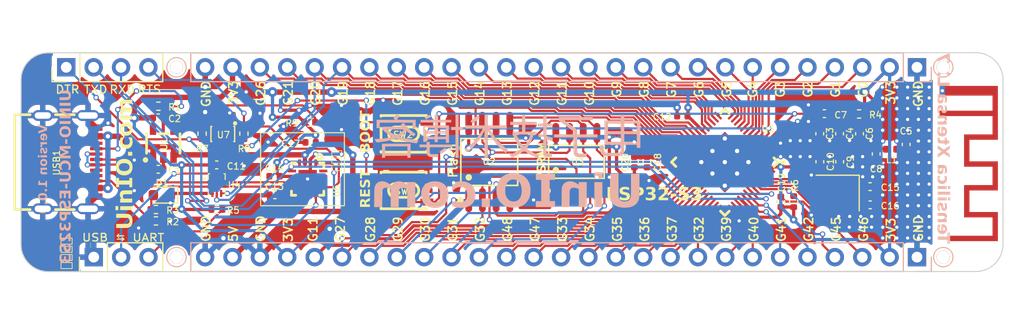
<source format=kicad_pcb>
(kicad_pcb (version 20221018) (generator pcbnew)
  (title_block (title "UINIO-MCU-ESP32S3") (date "2023-02-20") (rev "Version 1.0.0") (company "电子技术博客 UinIO.com"))
  (layers (0 "F.Cu" signal) (31 "B.Cu" signal) (34 "B.Paste" user) (35 "F.Paste" user) (36 "B.SilkS" user "B.Silkscreen") (37 "F.SilkS" user "F.Silkscreen") (38 "B.Mask" user) (39 "F.Mask" user) (44 "Edge.Cuts" user))
  (net 0 "")
  (net 1 "Net-(AE1-FEED)")
  (net 2 "GND")
  (net 3 "/VDD_5V")
  (net 4 "/VDD_3.3V")
  (net 5 "/CHIP_PU")
  (net 6 "Net-(U5-LNA_IN)")
  (net 7 "Net-(U5-XTAL_P)")
  (net 8 "Net-(U5-XTAL_N)")
  (net 9 "/VDD_SPI{slash}GPIO11")
  (net 10 "Net-(D1-A)")
  (net 11 "Net-(J1-Pin_2)")
  (net 12 "Net-(J1-Pin_3)")
  (net 13 "/GPIO0")
  (net 14 "/GPIO1")
  (net 15 "/GPIO2")
  (net 16 "/GPIO3")
  (net 17 "/GPIO4")
  (net 18 "/GPIO5")
  (net 19 "/GPIO6")
  (net 20 "/GPIO7")
  (net 21 "/GPIO8")
  (net 22 "/GPIO9")
  (net 23 "/GPIO10")
  (net 24 "/GPIO11")
  (net 25 "/GPIO12")
  (net 26 "/GPIO13")
  (net 27 "/GPIO14")
  (net 28 "/GPIO15")
  (net 29 "/GPIO16")
  (net 30 "/GPIO17")
  (net 31 "/GPIO18")
  (net 32 "/GPIO19{slash}ESP32_USB_D-")
  (net 33 "/GPIO20{slash}ESP32_USB_D+")
  (net 34 "/GPIO21")
  (net 35 "/SPICS1{slash}GPIO26")
  (net 36 "/DTR")
  (net 37 "/U0RXD")
  (net 38 "/U0TXD")
  (net 39 "/RTS")
  (net 40 "/GPIO46")
  (net 41 "/GPIO45")
  (net 42 "/GPIO42")
  (net 43 "/GPIO41")
  (net 44 "/GPIO40")
  (net 45 "/GPIO39")
  (net 46 "/GPIO38")
  (net 47 "/GPIO33")
  (net 48 "/GPIO34")
  (net 49 "/GPIO35")
  (net 50 "/GPIO36")
  (net 51 "/GPIO37")
  (net 52 "/SPICLK_P{slash}GPIO47")
  (net 53 "/SPICLK_N{slash}GPIO48")
  (net 54 "/SPID{slash}GPIO32")
  (net 55 "/SPIQ{slash}GPIO31")
  (net 56 "/SPICLK{slash}GPIO30")
  (net 57 "/SPICS0{slash}GPIO29")
  (net 58 "/SPIWP{slash}GPIO28")
  (net 59 "/SPIHD{slash}GPIO27")
  (net 60 "Net-(USB1-CC1)")
  (net 61 "Net-(USB1-CC2)")
  (net 62 "Net-(R7-Pad2)")
  (net 63 "Net-(R8-Pad1)")
  (net 65 "/USB_Data+")
  (net 66 "/USB_Data-")
  (net 67 "/CH343_USB_Data-")
  (net 68 "/CH343_USB_Data+")
  (footprint "Capacitor_SMD:C_0402_1005Metric" (layer "F.Cu") (at 181.917945 110.030663 180)
    (fp_text reference "C15")
    (fp_text value "15pF")
  )
  (footprint "Capacitor_SMD:C_0402_1005Metric" (layer "F.Cu") (at 164.497945 103.490663 180)
    (fp_text reference "C12")
    (fp_text value "0.1uF")
  )
  (footprint "Capacitor_SMD:C_0402_1005Metric" (layer "F.Cu") (at 126.667945 109.065)
    (fp_text reference "C14")
    (fp_text value "0.1uF")
  )
  (footprint "Resistor_SMD:R_0402_1005Metric" (layer "F.Cu") (at 129.917945 104.040663 180)
    (fp_text reference "R9")
    (fp_text value "10K")
  )
  (footprint "LED_SMD:LED_0603_1608Metric" (layer "F.Cu") (at 116.215445 110.820663 180)
    (fp_text reference "D1")
    (fp_text value "LED_Red")
  )
  (footprint "Capacitor_SMD:C_0402_1005Metric" (layer "F.Cu") (at 179.097945 107.720663 90)
    (fp_text reference "C9")
    (fp_text value "1uF")
  )
  (footprint "Capacitor_SMD:C_0402_1005Metric" (layer "F.Cu") (at 177.257945 107.720663 90)
    (fp_text reference "C10")
    (fp_text value "10nF")
  )
  (footprint "Capacitor_SMD:C_0402_1005Metric" (layer "F.Cu") (at 173.637945 111.440663 90)
    (fp_text reference "C19")
    (fp_text value "0.1uF")
  )
  (footprint "Resistor_SMD:R_0402_1005Metric" (layer "F.Cu") (at 119.947945 105.112163 90)
    (fp_text reference "R7")
    (fp_text value "10K")
  )
  (footprint "Uinio:KEY-SMD_4P-L4.2-W3.4-P2.15-LS4.7" (layer "F.Cu") (at 138.648735 110.385)
    (fp_text reference "SW1")
    (fp_text value "复位")
  )
  (footprint "LOGO" (layer "F.Cu") (at 112.697945 107.930663 90)
    (fp_text reference "")
    (fp_text value "LOGO" hide)
  )
  (footprint "Capacitor_SMD:C_0402_1005Metric" (layer "F.Cu") (at 115.877945 108.420663 180)
    (fp_text reference "C1")
    (fp_text value "1uF")
  )
  (footprint "Capacitor_SMD:C_0402_1005Metric" (layer "F.Cu") (at 179.088735 105.125 -90)
    (fp_text reference "C4")
    (fp_text value "1uF")
  )
  (footprint "Resistor_SMD:R_0402_1005Metric" (layer "F.Cu") (at 115.665445 113.210663)
    (fp_text reference "R2")
    (fp_text value "5.1K")
  )
  (footprint "Uinio:TQFN-16_L3.0-W3.0-P0.50-BL-EP1.7" (layer "F.Cu") (at 129.74 109.330663 180)
    (fp_text reference "U6")
    (fp_text value "CH343P")
  )
  (footprint "Capacitor_SMD:C_0402_1005Metric" (layer "F.Cu") (at 160.05 107.760663 90)
    (fp_text reference "C20")
    (fp_text value "1uF")
  )
  (footprint "Capacitor_SMD:C_0402_1005Metric" (layer "F.Cu") (at 115.877945 103.650663 180)
    (fp_text reference "C2")
    (fp_text value "1uF")
  )
  (footprint "Resistor_SMD:R_0402_1005Metric" (layer "F.Cu") (at 115.665445 112.150663)
    (fp_text reference "R3")
    (fp_text value "2K")
  )
  (footprint "Capacitor_SMD:C_0402_1005Metric" (layer "F.Cu") (at 177.248735 105.125 -90)
    (fp_text reference "C3")
    (fp_text value "0.1uF")
  )
  (footprint "Capacitor_SMD:C_0402_1005Metric" (layer "F.Cu") (at 180.938735 105.125 -90)
    (fp_text reference "C6")
    (fp_text value "10uF")
  )
  (footprint "Capacitor_SMD:C_0402_1005Metric" (layer "F.Cu") (at 126.697945 110.785)
    (fp_text reference "C13")
    (fp_text value "0.1uF")
  )
  (footprint "Capacitor_SMD:C_0402_1005Metric" (layer "F.Cu") (at 181.927945 111.720663)
    (fp_text reference "C16")
    (fp_text value "15pF")
  )
  (footprint "Crystal:Crystal_SMD_3225-4Pin_3.2x2.5mm" (layer "F.Cu") (at 178.907945 110.620663 180)
    (fp_text reference "Y1" hide)
    (fp_text value "40MHz")
  )
  (footprint "Capacitor_SMD:C_0402_1005Metric" (layer "F.Cu") (at 185.265445 106.120663 90)
    (fp_text reference "C5")
    (fp_text value "TBD")
  )
  (footprint "Capacitor_SMD:C_0402_1005Metric" (layer "F.Cu") (at 161.22 107.760663 90)
    (fp_text reference "C18")
    (fp_text value "0.1uF")
  )
  (footprint "Inductor_SMD:L_0402_1005Metric" (layer "F.Cu") (at 183.875445 106.560663 180)
    (fp_text reference "L1")
    (fp_text value "TBD")
  )
  (footprint "Uinio:Hole-1mm" (layer "F.Cu") (at 188.707945 116.570663)
    (fp_text reference "HOLE**" hide)
    (fp_text value "Hole-1mm" hide)
  )
  (footprint "Capacitor_SMD:C_0402_1005Metric" (layer "F.Cu") (at 182.485445 107.000663 -90)
    (fp_text reference "C8")
    (fp_text value "TBD")
  )
  (footprint "Uinio:ESP32-S3" (layer "F.Cu") (at 168.445712 107.757831 -135)
    (fp_text reference "U5")
    (fp_text value "ESP32-S3")
  )
  (footprint "Resistor_SMD:R_0402_1005Metric" (layer "F.Cu") (at 180.897945 103.290663 180)
    (fp_text reference "R4")
    (fp_text value "10K")
  )
  (footprint "Uinio:Hole-1mm" (layer "F.Cu") (at 117.575 116.570663)
    (fp_text reference "HOLE**" hide)
    (fp_text value "Hole-1mm" hide)
  )
  (footprint "Connector_PinHeader_2.54mm:PinHeader_1x04_P2.54mm_Vertical" (layer "F.Cu") (at 107.347945 98.960663 90)
    (fp_text reference "J3" hide)
    (fp_text value "Conn_01x04_Pin")
  )
  (footprint "Resistor_SMD:R_0402_1005Metric" (layer "F.Cu") (at 123.827945 105.112163 90)
    (fp_text reference "R8")
    (fp_text value "10K")
  )
  (footprint "Capacitor_SMD:C_0402_1005Metric" (layer "F.Cu") (at 130.02 105.925 180)
    (fp_text reference "C17")
    (fp_text value "1uF")
  )
  (footprint "Uinio:USB-C-SMD_TYPEC-304J-BCP16" (layer "F.Cu") (at 107.647945 107.757831 -90)
    (fp_text reference "USB1")
    (fp_text value "USB_Type_C_16Pin")
  )
  (footprint "Uinio:WQFN-10_L1.8-W1.4-P0.40-BL" (layer "F.Cu") (at 121.31064 109.830805 -90)
    (fp_text reference "U4")
    (fp_text value "RS2227XUTQK10")
  )
  (footprint "Capacitor_SMD:C_0402_1005Metric" (layer "F.Cu") (at 177.677945 103.260663)
    (fp_text reference "C7")
    (fp_text value "0.1uF")
  )
  (footprint "Uinio:KEY-SMD_4P-L4.2-W3.4-P2.15-LS4.7" (layer "F.Cu") (at 138.65 105.135 180)
    (fp_text reference "SW2")
    (fp_text value "启动选择")
  )
  (footprint "Uinio:SOP-8_L4.9-W3.9-P1.27-LS6.0-BL" (layer "F.Cu") (at 154.67 107.735)
    (fp_text reference "U3")
    (fp_text value "ESP-PSRAM64H")
  )
  (footprint "Resistor_SMD:R_0402_1005Metric" (layer "F.Cu") (at 174.827945 111.420663 90)
    (fp_text reference "R6")
    (fp_text value "10K")
  )
  (footprint "Uinio:Hole-1mm" (layer "F.Cu") (at 117.575 98.960663)
    (fp_text reference "HOLE**" hide)
    (fp_text value "Hole-1mm" hide)
  )
  (footprint "Connector_PinHeader_2.54mm:PinHeader_1x03_P2.54mm_Vertical" (layer "F.Cu") (at 109.897945 116.570663 90)
    (fp_text reference "J1" hide)
    (fp_text value "Conn_01x03_Pin")
  )
  (footprint "Resistor_SMD:R_0402_1005Metric" (layer "F.Cu") (at 115.897945 102.570663 180)
    (fp_text reference "R1")
    (fp_text value "5.1K")
  )
  (footprint "RF_Antenna:Texas_SWRA117D_2.4GHz_Right" (layer "F.Cu") (at 188.625 103.235 -90)
    (fp_text reference "AE1" hide)
    (fp_text value "Antenna_Chip")
  )
  (footprint "Resistor_SMD:R_0402_1005Metric" (layer "F.Cu") (at 121.327945 112.145663 180)
    (fp_text reference "R5")
    (fp_text value "10K")
  )
  (footprint "Uinio:SOIC-8_L5.3-W5.3-P1.27-LS8.0-BL" (layer "F.Cu") (at 146.59 107.745)
    (fp_text reference "U2")
    (fp_text value "W25Q128JVSSIQ")
  )
  (footprint "Uinio:Hole-1mm" (layer "F.Cu") (at 188.707945 98.960663)
    (fp_text reference "HOLE**" hide)
    (fp_text value "Hole-1mm" hide)
  )
  (footprint "Uinio:SOT-23-5_L3.0-W1.7-P0.95-LS2.8-BR" (layer "F.Cu") (at 116.347945 106.030663 -90)
    (fp_text reference "U1")
    (fp_text value "ME6211C33M5G-N")
  )
  (footprint "Uinio:SOT-363_L2.0-W1.3-P0.65-LS2.1-TL" (layer "F.Cu") (at 121.869695 105.148663 -90)
    (fp_text reference "U7")
    (fp_text value "LMBT3904DW1T1G")
  )
  (footprint "Capacitor_SMD:C_0402_1005Metric" (layer "F.Cu") (at 121.307945 108.015805 180)
    (fp_text reference "C11")
    (fp_text value "0.1uF")
  )
  (footprint "LOGO" (layer "B.Cu") (at 148.258735 107.455 180)
    (fp_text reference "")
    (fp_text value "LOGO" hide)
  )
  (footprint "Connector_PinHeader_2.54mm:PinHeader_1x27_P2.54mm_Vertical" (layer "B.Cu") (at 186.27 98.960663 90)
    (fp_text reference "J2" hide)
    (fp_text value "Conn_01x27_Pin")
  )
  (footprint "Connector_PinHeader_2.54mm:PinHeader_1x27_P2.54mm_Vertical" (layer "B.Cu") (at 186.27 116.570663 90)
    (fp_text reference "J4" hide)
    (fp_text value "Conn_01x27_Pin")
  )
  (gr_rect (start 125.377945 105.030663) (end 133.147945 111.800663) (stroke (width 0.1)) (fill none) (layer "F.SilkS"))
  (gr_arc (start 103.140001 100.146366) (mid 103.88414 98.353228) (end 105.677945 97.6107) (stroke (width 0.1)) (layer "Edge.Cuts"))
  (gr_arc (start 194.25 115.366113) (mid 193.510654 117.160926) (end 191.717758 117.905) (stroke (width 0.1)) (layer "Edge.Cuts"))
  (gr_arc (start 191.711113 97.602758) (mid 193.505941 98.342101) (end 194.25 100.135) (stroke (width 0.1)) (layer "Edge.Cuts"))
  (gr_line (start 191.717758 117.905) (end 105.708735 117.915) (stroke (width 0.1)) (layer "Edge.Cuts"))
  (gr_line (start 103.14 100.146366) (end 103.138901 115.378201) (stroke (width 0.1)) (layer "Edge.Cuts"))
  (gr_line (start 194.25 100.135) (end 194.25 115.366113) (stroke (width 0.1)) (layer "Edge.Cuts"))
  (gr_arc (start 105.708735 117.915) (mid 103.890974 117.186375) (end 103.138901 115.378201) (stroke (width 0.1)) (layer "Edge.Cuts"))
  (gr_line (start 191.711113 97.602758) (end 105.677945 97.610663) (stroke (width 0.1)) (layer "Edge.Cuts"))
  (gr_text "Tensilica Xtensa LX7" (at 187.998735 115.335 270) (layer "B.SilkS") (effects (font (size 1.1 1.1) (thickness 0.25) bold) (justify left bottom mirror)))
  (gr_text "Version 1.0.0" (at 105.698735 104.245 90) (layer "B.SilkS") (effects (font (size 0.8 0.8) (thickness 0.18) bold) (justify left bottom mirror)))
  (gr_text "UINIO-MCU-ESP32S3" (at 107.918735 100.995 90) (layer "B.SilkS") (effects (font (size 1 1) (thickness 0.2) bold) (justify left bottom mirror)))
  (gr_text "G29" (at 138.585011 115.245 90) (layer "F.SilkS") (effects (font (size 0.8 0.8) (thickness 0.15) bold) (justify left bottom)))
  (gr_text "G34" (at 156.396588 115.245 90) (layer "F.SilkS") (effects (font (size 0.8 0.8) (thickness 0.15) bold) (justify left bottom)))
  (gr_text "G14" (at 146.188243 102.645 90) (layer "F.SilkS") (effects (font (size 0.8 0.8) (thickness 0.15) bold) (justify left bottom)))
  (gr_text "G36" (at 161.48561 115.245 90) (layer "F.SilkS") (effects (font (size 0.8 0.8) (thickness 0.15) bold) (justify left bottom)))
  (gr_text "G17" (at 138.567997 102.626905 90) (layer "F.SilkS") (effects (font (size 0.8 0.8) (thickness 0.15) bold) (justify left bottom)))
  (gr_text "G48" (at 148.763055 115.245 90) (layer "F.SilkS") (effects (font (size 0.8 0.8) (thickness 0.15) bold) (justify left bottom)))
  (gr_text "G39" (at 169.058735 115.245 90) (layer "F.SilkS") (effects (font (size 0.8 0.8) (thickness 0.15) bold) (justify left bottom)))
  (gr_text "REST" (at 135.668735 112.025 90) (layer "F.SilkS") (effects (font (size 0.9 0.9) (thickness 0.15) bold) (justify left bottom)))
  (gr_text "G31" (at 143.674033 115.245 90) (layer "F.SilkS") (effects (font (size 0.8 0.8) (thickness 0.15) bold) (justify left bottom)))
  (gr_text "G28" (at 136.0405 115.245 90) (layer "F.SilkS") (effects (font (size 0.8 0.8) (thickness 0.15) bold) (justify left bottom)))
  (gr_text "G30" (at 141.129522 115.245 90) (layer "F.SilkS") (effects (font (size 0.8 0.8) (thickness 0.15) bold) (justify left bottom)))
  (gr_text "3V3" (at 128.406967 115.245 90) (layer "F.SilkS") (effects (font (size 0.8 0.8) (thickness 0.15) bold) (justify left bottom)))
  (gr_text "USB" (at 108.737945 115.160663) (layer "F.SilkS") (effects (font (size 0.7 0.8) (thickness 0.12) bold) (justify left bottom)))
  (gr_text "⇆" (at 111.817945 115.150663) (layer "F.SilkS") (effects (font (size 0.8 0.8) (thickness 0.1)) (justify left bottom)))
  (gr_text "GND" (at 125.862456 115.245 90) (layer "F.SilkS") (effects (font (size 0.8 0.8) (thickness 0.15) bold) (justify left bottom)))
  (gr_text "G32" (at 146.218544 115.245 90) (layer "F.SilkS") (effects (font (size 0.8 0.8) (thickness 0.15) bold) (justify left bottom)))
  (gr_text "G7" (at 163.96606 101.905 90) (layer "F.SilkS") (effects (font (size 0.8 0.8) (thickness 0.15) bold) (justify left bottom)))
  (gr_text "TXD" (at 108.91 101.465) (layer "F.SilkS") (effects (font (size 0.75 0.8) (thickness 0.12)) (justify left bottom)))
  (gr_text "G13" (at 148.728325 102.626905 90) (layer "F.SilkS") (effects (font (size 0.8 0.8) (thickness 0.15) bold) (justify left bottom)))
  (gr_text "G4" (at 171.508735 101.885 90) (layer "F.SilkS") (effects (font (size 0.8 0.8) (thickness 0.15) bold) (justify left bottom)))
  (gr_text "G11" (at 153.808489 102.626905 90) (layer "F.SilkS") (effects (font (size 0.8 0.8) (thickness 0.15) bold) (justify left bottom)))
  (gr_text "RXD" (at 111.28 101.475) (layer "F.SilkS") (effects (font (size 0.75 0.8) (thickness 0.12)) (justify left bottom)))
  (gr_text "G10" (at 156.348571 102.626905 90) (layer "F.SilkS") (effects (font (size 0.8 0.8) (thickness 0.15) bold) (justify left bottom)))
  (gr_text "G37" (at 164.030121 115.245 90) (layer "F.SilkS") (effects (font (size 0.8 0.8) (thickness 0.15) bold) (justify left bottom)))
  (gr_text "G12" (at 151.268407 102.626905 90) (layer "F.SilkS") (effects (font (size 0.8 0.8) (thickness 0.15) bold) (justify left bottom)))
  (gr_text "G9" (at 158.888653 101.865 90) (layer "F.SilkS") (effects (font (size 0.8 0.8) (thickness 0.15) bold) (justify left bottom)))
  (gr_text "G11" (at 130.701478 115.245 90) (layer "F.SilkS") (effects (font (size 0.8 0.8) (thickness 0.15) bold) (justify left bottom)))
  (gr_text "G1" (at 179.179492 101.865 90) (layer "F.SilkS") (effects (font (size 0.8 0.8) (thickness 0.15) bold) (justify left bottom)))
  (gr_text "G19" (at 133.487833 102.626905 90) (layer "F.SilkS") (effects (font (size 0.8 0.8) (thickness 0.15) bold) (justify left bottom)))
  (gr_text "G0" (at 181.738768 101.865 90) (layer "F.SilkS") (effects (font (size 0.8 0.8) (thickness 0.15) bold) (justify left bottom)))
  (gr_text "3V3" (at 184.298044 102.512619 90) (layer "F.SilkS") (effects (font (size 0.8 0.8) (thickness 0.15) bold) (justify left bottom)))
  (gr_text "G26" (at 125.867587 102.626905 90) (layer "F.SilkS") (effects (font (size 0.8 0.8) (thickness 0.15) bold) (justify left bottom)))
  (gr_text "RTS" (at 113.9 101.455) (layer "F.SilkS") (effects (font (size 0.75 0.8) (thickness 0.12)) (justify left bottom)))
  (gr_text "可留空" (at 132.868735 108.625 90) (layer "F.SilkS") (effects (font (size 0.8 0.8) (thickness 0.16) bold) (justify left bottom)))
  (gr_text "PSRAM" (at 151.848735 109.475 90) (layer "F.SilkS") (effects (font (size 0.7 0.7) (thickness 0.15) bold) (justify left bottom)))
  (gr_text "G47" (at 151.307566 115.245 90) (layer "F.SilkS") (effects (font (size 0.8 0.8) (thickness 0.15) bold) (justify left bottom)))
  (gr_text "G8" (at 161.428735 101.865 90) (layer "F.SilkS") (effects (font (size 0.8 0.8) (thickness 0.15) bold) (justify left bottom)))
  (gr_text "BOOT" (at 135.66 106.915 90) (layer "F.SilkS") (effects (font (size 0.9 0.9) (thickness 0.15) bold) (justify left bottom)))
  (gr_text "G40" (at 171.605487 115.245 90) (layer "F.SilkS") (effects (font (size 0.8 0.8) (thickness 0.15) bold) (justify left bottom)))
  (gr_text "G21" (at 128.407669 102.626905 90) (layer "F.SilkS") (effects (font (size 0.8 0.8) (thickness 0.15) bold) (justify left bottom)))
  (gr_text "G3" (at 174.06094 101.865 90) (layer "F.SilkS") (effects (font (size 0.8 0.8) (thickness 0.15) bold) (justify left bottom)))
  (gr_text "G20" (at 130.947751 102.626905 90) (layer "F.SilkS") (effects (font (size 0.8 0.8) (thickness 0.15) bold) (justify left bottom)))
  (gr_text "ESP32-S3" (at 157.408735 111.495) (layer "F.SilkS") (effects (font (size 1.2 1.2) (thickness 0.2) bold) (justify left bottom)))
  (gr_text "DTR" (at 106.28 101.455) (layer "F.SilkS") (effects (font (size 0.75 0.8) (thickness 0.12)) (justify left bottom)))
  (gr_text "G45" (at 179.239026 115.245 90) (layer "F.SilkS") (effects (font (size 0.8 0.8) (thickness 0.15) bold) (justify left bottom)))
  (gr_text "G35" (at 158.941099 115.245 90) (layer "F.SilkS") (effects (font (size 0.8 0.8) (thickness 0.15) bold) (justify left bottom)))
  (gr_text "G2" (at 176.620216 101.865 90) (layer "F.SilkS") (effects (font (size 0.8 0.8) (thickness 0.15) bold) (justify left bottom)))
  (gr_text "3V3" (at 123.32877 102.512619 90) (layer "F.SilkS") (effects (font (size 0.8 0.8) (thickness 0.15) bold) (justify left bottom)))
  (gr_text "GND" (at 120.788688 102.74119 90) (layer "F.SilkS") (effects (font (size 0.8 0.8) (thickness 0.15) bold) (justify left bottom)))
  (gr_text "G18" (at 136.027915 102.626905 90) (layer "F.SilkS") (effects (font (size 0.8 0.8) (thickness 0.15) bold) (justify left bottom)))
  (gr_text "G6" (at 166.508899 101.865 90) (layer "F.SilkS") (effects (font (size 0.8 0.8) (thickness 0.15) bold) (justify left bottom)))
  (gr_text "G41" (at 174.15 115.245 90) (layer "F.SilkS") (effects (font (size 0.8 0.8) (thickness 0.15) bold) (justify left bottom)))
  (gr_text "3V3" (at 184.328052 115.245 90) (layer "F.SilkS") (effects (font (size 0.8 0.8) (thickness 0.15) bold) (justify left bottom)))
  (gr_text "GND" (at 186.872568 115.245 90) (layer "F.SilkS") (effects (font (size 0.8 0.8) (thickness 0.15) bold) (justify left bottom)))
  (gr_text "G16" (at 141.108079 102.626905 90) (layer "F.SilkS") (effects (font (size 0.8 0.8) (thickness 0.15) bold) (justify left bottom)))
  (gr_text "Flash" (at 143.698735 109.311667 90) (layer "F.SilkS") (effects (font (size 0.8 0.8) (thickness 0.15) bold) (justify left bottom)))
  (gr_text "G42" (at 176.694513 115.245 90) (layer "F.SilkS") (effects (font (size 0.8 0.8) (thickness 0.15) bold) (justify left bottom)))
  (gr_text "G5" (at 169.088735 101.855 90) (layer "F.SilkS") (effects (font (size 0.8 0.8) (thickness 0.15) bold) (justify left bottom)))
  (gr_text "5V" (at 123.317945 115.245 90) (layer "F.SilkS") (effects (font (size 0.8 0.8) (thickness 0.15) bold) (justify left bottom)))
  (gr_text "下载方式" (at 107.858735 117.735 90) (layer "F.SilkS") (effects (font (size 0.9 0.9) (thickness 0.16) bold) (justify left bottom)))
  (gr_text "UART" (at 113.417945 115.170663) (layer "F.SilkS") (effects (font (size 0.7 0.8) (thickness 0.12) bold) (justify left bottom)))
  (gr_text "GND" (at 186.857325 102.74119 90) (layer "F.SilkS") (effects (font (size 0.8 0.8) (thickness 0.15) bold) (justify left bottom)))
  (gr_text "G27" (at 133.245989 115.245 90) (layer "F.SilkS") (effects (font (size 0.8 0.8) (thickness 0.15) bold) (justify left bottom)))
  (gr_text "G46" (at 181.783539 115.245 90) (layer "F.SilkS") (effects (font (size 0.8 0.8) (thickness 0.15) bold) (justify left bottom)))
  (gr_text "GND" (at 120.773434 115.245 90) (layer "F.SilkS") (effects (font (size 0.8 0.8) (thickness 0.15) bold) (justify left bottom)))
  (gr_text "G32" (at 166.519145 115.245 90) (layer "F.SilkS") (effects (font (size 0.8 0.8) (thickness 0.15) bold) (justify left bottom)))
  (gr_text "G33" (at 153.852077 115.245 90) (layer "F.SilkS") (effects (font (size 0.8 0.8) (thickness 0.15) bold) (justify left bottom)))
  (gr_text "G15" (at 143.648161 102.626905 90) (layer "F.SilkS") (effects (font (size 0.8 0.8) (thickness 0.15) bold) (justify left bottom)))
  (segment (start 184.360445 106.560663) (end 185.225445 106.560663) (width 0.2) (layer "F.Cu") (net 1))
  (segment (start 183.082069 109.115) (end 183.082069 112.788334) (width 0.5) (layer "F.Cu") (net 2))
  (segment (start 173.828735 105.765) (end 173.598735 105.995) (width 0.2) (layer "F.Cu") (net 2))
  (segment (start 122.956195 108.998805) (end 123.85 108.105) (width 0.3) (layer "F.Cu") (net 2))
  (segment (start 127.503735 104.46) (end 128.968735 105.925) (width 0.3) (layer "F.Cu") (net 2))
  (segment (start 164.02 102.690163) (end 164.02 103.488608) (width 0.3) (layer "F.Cu") (net 2))
  (segment (start 117.002945 111.595373) (end 117.002945 110.820663) (width 0.2) (layer "F.Cu") (net 2))
  (segment (start 157.728735 105.435) (end 157.728735 109.145) (width 0.3) (layer "F.Cu") (net 2))
  (segment (start 181.228735 109.115) (end 183.082069 109.115) (width 0.5) (layer "F.Cu") (net 2))
  (segment (start 181.447945 111.720663) (end 181.447945 110.980663) (width 0.2) (layer "F.Cu") (net 2))
  (segment (start 109.366945 103.432831) (end 109.366945 103.795831) (width 0.5) (layer "F.Cu") (net 2))
  (segment (start 113.66 107.566265) (end 115.074398 108.980663) (width 0.3) (layer "F.Cu") (net 2))
  (segment (start 120.91064 110.662805) (end 117.160803 110.662805) (width 0.3) (layer "F.Cu") (net 2))
  (segment (start 115.074398 108.980663) (end 115.793072 108.980663) (width 0.3) (layer "F.Cu") (net 2))
  (segment (start 136.498735 109.31) (end 140.798735 109.31) (width 0.2) (layer "F.Cu") (net 2))
  (segment (start 109.366945 103.795831) (end 110.128945 104.557831) (width 0.5) (layer "F.Cu") (net 2))
  (segment (start 132.883735 104.74) (end 132.883735 107.015) (width 0.3) (layer "F.Cu") (net 2))
  (segment (start 130.483735 107.015) (end 129.989 107.509735) (width 0.3) (layer "F.Cu") (net 2))
  (segment (start 183.082069 112.788334) (end 183.088735 112.795) (width 0.5) (layer "F.Cu") (net 2))
  (segment (start 120.246499 100.7895) (end 120.238735 100.781736) (width 0.5) (layer "F.Cu") (net 2))
  (segment (start 177.248735 105.605) (end 180.938735 105.605) (width 0.3) (layer "F.Cu") (net 2))
  (segment (start 120.246499 100.777764) (end 120.233735 100.765) (width 0.4) (layer "F.Cu") (net 2))
  (segment (start 105.166945 112.082831) (end 109.366945 112.082831) (width 0.5) (layer "F.Cu") (net 2))
  (segment (start 109.366945 103.432831) (end 105.166945 103.432831) (width 0.5) (layer "F.Cu") (net 2))
  (segment (start 176.348735 107.245) (end 173.618735 107.245) (width 0.2) (layer "F.Cu") (net 2))
  (segment (start 128.968735 105.925) (end 129.54 105.925) (width 0.3) (layer "F.Cu") (net 2))
  (segment (start 121.71064 108.998805) (end 122.956195 108.998805) (width 0.3) (layer "F.Cu") (net 2))
  (segment (start 179.008735 112.795) (end 183.028735 112.795) (width 0.5) (layer "F.Cu") (net 2))
  (segment (start 181.447945 110.980663) (end 182.397945 110.030663) (width 0.2) (layer "F.Cu") (net 2))
  (segment (start 105.166945 103.432831) (end 105.166945 112.082831) (width 0.5) (layer "F.Cu") (net 2))
  (segment (start 175.698018 111.415) (end 174.092282 111.415) (width 0.2) (layer "F.Cu") (net 2))
  (segment (start 160.04 105.875) (end 160.04 107.270663) (width 0.3) (layer "F.Cu") (net 2))
  (segment (start 127.940663 113.94) (end 125.31 116.570663) (width 0.5) (layer "F.Cu") (net 2))
  (segment (start 174.515401 105.765) (end 173.828735 105.765) (width 0.2) (layer "F.Cu") (net 2))
  (segment (start 176.47 112.186982) (end 175.698018 111.415) (width 0.2) (layer "F.Cu") (net 2))
  (segment (start 174.092282 111.415) (end 173.637945 110.960663) (width 0.2) (layer "F.Cu") (net 2))
  (segment (start 175.198735 103.985) (end 176.198735 103.985) (width 0.3) (layer "F.Cu") (net 2))
  (segment (start 109.366945 111.719831) (end 110.128945 110.957831) (width 0.5) (layer "F.Cu") (net 2))
  (segment (start 157.728735 109.145) (end 157.738735 109.155) (width 0.3) (layer "F.Cu") (net 2))
  (segment (start 127.503735 104.45) (end 127.503735 104.46) (width 0.3) (layer "F.Cu") (net 2))
  (segment (start 117.002945 110.820663) (end 117.002945 111.54) (width 0.2) (layer "F.Cu") (net 2))
  (segment (start 115.793072 108.980663) (end 116.353072 108.420663) (width 0.3) (layer "F.Cu") (net 2))
  (segment (start 109.366945 112.082831) (end 109.366945 111.719831) (width 0.5) (layer "F.Cu") (net 2))
  (segment (start 129.989 107.509735) (end 129.989 107.880663) (width 0.3) (layer "F.Cu") (net 2))
  (segment (start 131.783735 113.94) (end 127.940663 113.94) (width 0.5) (layer "F.Cu") (net 2))
  (segment (start 176.348735 105.765) (end 174.515401 105.765) (width 0.2) (layer "F.Cu") (net 2))
  (segment (start 181.447945 111.720663) (end 180.257945 111.720663) (width 0.2) (layer "F.Cu") (net 2))
  (segment (start 177.257945 107.240663) (end 179.097945 107.240663) (width 0.5) (layer "F.Cu") (net 2))
  (segment (start 176.47 112.675) (end 176.47 112.186982) (width 0.2) (layer "F.Cu") (net 2))
  (segment (start 146.61 113.155) (end 146.61 109.675) (width 0.2) (layer "F.Cu") (net 2))
  (segment (start 127.224811 102.9445) (end 128.938735 102.9445) (width 0.3) (layer "F.Cu") (net 2))
  (segment (start 120.238735 100.781736) (end 120.238735 98.969398) (width 0.5) (layer "F.Cu") (net 2))
  (segment (start 132.878735 102.4945) (end 129.9405 102.4945) (width 0.3) (layer "F.Cu") (net 2))
  (segment (start 149.975 104.15) (end 149.975 105.525) (width 0.2) (layer "F.Cu") (net 2))
  (segment (start 129.989 107.880663) (end 129.989 109.081663) (width 0.3) (layer "F.Cu") (net 2))
  (segment (start 115.387945 102.61921) (end 116.357945 103.58921) (width 0.3) (layer "F.Cu") (net 2))
  (segment (start 136.47 106.170663) (end 140.77 106.170663) (width 0.2) (layer "F.Cu") (net 2))
  (segment (start 156.57 109.145) (end 156.57 110.412) (width 0.3) (layer "F.Cu") (net 2))
  (segment (start 177.285663 109.770663) (end 176.47 108.955) (width 0.2) (layer "F.Cu") (net 2))
  (via (at 186.4 109.8) (size 0.5) (drill 0.3) (layers "F.Cu" "B.Cu") (net 2))
  (via (at 127.224811 102.9445) (size 0.5) (drill 0.3) (layers "F.Cu" "B.Cu") (net 2))
  (via (at 185.4 109.8) (size 0.5) (drill 0.3) (layers "F.Cu" "B.Cu") (net 2))
  (via (at 183.088735 112.795) (size 0.5) (drill 0.3) (layers "F.Cu" "B.Cu") (net 2))
  (via (at 169.77 113.205) (size 0.5) (drill 0.3) (layers "F.Cu" "B.Cu") (net 2))
  (via (at 185.4 111.8) (size 0.5) (drill 0.3) (layers "F.Cu" "B.Cu") (net 2))
  (via (at 180.008735 105.755) (size 0.5) (drill 0.3) (layers "F.Cu" "B.Cu") (net 2))
  (via (at 111.218735 104.135) (size 0.5) (drill 0.3) (layers "F.Cu" "B.Cu") (net 2))
  (via (at 186.4 111.8) (size 0.5) (drill 0.3) (layers "F.Cu" "B.Cu") (net 2))
  (via (at 187.4 104.8) (size 0.5) (drill 0.3) (layers "F.Cu" "B.Cu") (net 2))
  (via (at 179.008735 112.795) (size 0.5) (drill 0.3) (layers "F.Cu" "B.Cu") (net 2))
  (via (at 184.4 110.8) (size 0.5) (drill 0.3) (layers "F.Cu" "B.Cu") (net 2))
  (via (at 175.198735 103.985) (size 0.5) (drill 0.3) (layers "F.Cu" "B.Cu") (net 2))
  (via (at 186.4 110.8) (size 0.5) (drill 0.3) (layers "F.Cu" "B.Cu") (net 2))
  (via (at 187.4 107.8) (size 0.5) (drill 0.3) (layers "F.Cu" "B.Cu") (net 2))
  (via (at 184.4 103.8) (size 0.5) (drill 0.3) (layers "F.Cu" "B.Cu") (net 2))
  (via (at 187.4 103.8) (size 0.5) (drill 0.3) (layers "F.Cu" "B.Cu") (net 2))
  (via (at 186.4 114.8) (size 0.5) (drill 0.3) (layers "F.Cu" "B.Cu") (net 2))
  (via (at 176.198735 103.985) (size 0.5) (drill 0.3) (layers "F.Cu" "B.Cu") (net 2))
  (via (at 187.4 105.8) (size 0.5) (drill 0.3) (layers "F.Cu" "B.Cu") (net 2))
  (via (at 180.298735 108.195) (size 0.5) (drill 0.3) (layers "F.Cu" "B.Cu") (net 2))
  (via (at 113.66 107.566265) (size 0.7) (drill 0.3) (layers "F.Cu" "B.Cu") (net 2))
  (via (at 183.068735 101.8) (size 0.5) (drill 0.3) (layers "F.Cu" "B.Cu") (net 2))
  (via (at 167.29 106.725) (size 0.9) (drill 0.4) (layers "F.Cu" "B.Cu") (net 2))
  (via (at 176.348735 107.245) (size 0.5) (drill 0.3) (layers "F.Cu" "B.Cu") (net 2))
  (via (at 132.883735 104.74) (size 0.5) (drill 0.3) (layers "F.Cu" "B.Cu") (net 2))
  (via (at 156.57 109.145) (size 0.7) (drill 0.3) (layers "F.Cu" "B.Cu") (net 2))
  (via (at 187.4 106.8) (size 0.5) (drill 0.3) (layers "F.Cu" "B.Cu") (net 2))
  (via (at 183.068735 102.8) (size 0.5) (drill 0.3) (layers "F.Cu" "B.Cu") (net 2))
  (via (at 183.088735 114.795) (size 0.5) (drill 0.3) (layers "F.Cu" "B.Cu") (net 2))
  (via (at 117.002945 111.54) (size 0.5) (drill 0.3) (layers "F.Cu" "B.Cu") (net 2))
  (via (at 182.068735 112.795) (size 0.5) (drill 0.3) (layers "F.Cu" "B.Cu") (net 2))
  (via (at 181.228735 109.115) (size 0.5) (drill 0.3) (layers "F.Cu" "B.Cu") (net 2))
  (via (at 187.4 102.8) (size 0.5) (drill 0.3) (layers "F.Cu" "B.Cu") (net 2))
  (via (at 185.4 113.8) (size 0.5) (drill 0.3) (layers "F.Cu" "B.Cu") (net 2))
  (via (at 176.47 108.955) (size 0.7) (drill 0.3) (layers "F.Cu" "B.Cu") (net 2))
  (via (at 178.168735 107.245) (size 0.5) (drill 0.3) (layers "F.Cu" "B.Cu") (net 2))
  (via (at 186.4 107.8) (size 0.5) (drill 0.3) (layers "F.Cu" "B.Cu") (net 2))
  (via (at 180.028735 112.795) (size 0.5) (drill 0.3) (layers "F.Cu" "B.Cu") (net 2))
  (via (at 181.225401 107.245) (size 0.5) (drill 0.3) (layers "F.Cu" "B.Cu") (net 2))
  (via (at 164.02 102.690163) (size 0.7) (drill 0.3) (layers "F.Cu" "B.Cu") (net 2))
  (via (at 187.4 112.8) (size 0.5) (drill 0.3) (layers "F.Cu" "B.Cu") (net 2))
  (via (at 187.4 111.8) (size 0.5) (drill 0.3) (layers "F.Cu" "B.Cu") (net 2))
  (via (at 186.4 112.8) (size 0.5) (drill 0.3) (layers "F.Cu" "B.Cu") (net 2))
  (via (at 168.44 109.945) (size 0.9) (drill 0.4) (layers "F.Cu" "B.Cu") (net 2))
  (via (at 185.4 107.8) (size 0.5) (drill 0.3) (layers "F.Cu" "B.Cu") (net 2))
  (via (at 186.4 113.8) (size 0.5) (drill 0.3) (layers "F.Cu" "B.Cu") (net 2))
  (via (at 136.74 102.025) (size 0.5) (drill 0.3) (layers "F.Cu" "B.Cu") (net 2))
  (via (at 185.4 110.8) (size 0.5) (drill 0.3) (layers "F.Cu" "B.Cu") (net 2))
  (via (at 181.998735 105.765) (size 0.5) (drill 0.3) (layers "F.Cu" "B.Cu") (net 2))
  (via (at 151.525 105.525) (size 0.5) (drill 0.3) (layers "F.Cu" "B.Cu") (net 2))
  (via (at 176.198735 102.445) (size 0.5) (drill 0.3) (layers "F.Cu" "B.Cu") (net 2))
  (via (at 131.783735 113.94) (size 0.9) (drill 0.4) (layers "F.Cu" "B.Cu") (net 2))
  (via (at 149.975 105.525) (size 0.5) (drill 0.3) (layers "F.Cu" "B.Cu") (net 2))
  (via (at 185.4 112.8) (size 0.5) (drill 0.3) (layers "F.Cu" "B.Cu") (net 2))
  (via (at 129.733735 109.315) (size 0.5) (drill 0.3) (layers "F.Cu" "B.Cu") (net 2))
  (via (at 183.058735 100.8) (size 0.5) (drill 0.3) (layers "F.Cu" "B.Cu") (net 2))
  (via (at 132.883735 107.015) (size 0.5) (drill 0.3) (layers "F.Cu" "B.Cu") (net 2))
  (via (at 183.082069 109.115) (size 0.5) (drill 0.3) (layers "F.Cu" "B.Cu") (net 2))
  (via (at 186.4 103.8) (size 0.5) (drill 0.3) (layers "F.Cu" "B.Cu") (net 2))
  (via (at 185.4 102.8) (size 0.5) (drill 0.3) (layers "F.Cu" "B.Cu") (net 2))
  (via (at 185.4 100.8) (size 0.5) (drill 0.3) (layers "F.Cu" "B.Cu") (net 2))
  (via (at 143.278735 109.665) (size 0.5) (drill 0.3) (layers "F.Cu" "B.Cu") (net 2))
  (via (at 184.4 113.8) (size 0.5) (drill 0.3) (layers "F.Cu" "B.Cu") (net 2))
  (via (at 157.728735 109.155) (size 0.5) (drill 0.3) (layers "F.Cu" "B.Cu") (net 2))
  (via (at 184.4 105.8) (size 0.5) (drill 0.3) (layers "F.Cu" "B.Cu") (net 2))
  (via (at 183.088735 113.795) (size 0.5) (drill 0.3) (layers "F.Cu" "B.Cu") (net 2))
  (via (at 185.4 104.8) (size 0.5) (drill 0.3) (layers "F.Cu" "B.Cu") (net 2))
  (via (at 180.298735 107.245) (size 0.5) (drill 0.3) (layers "F.Cu" "B.Cu") (net 2))
  (via (at 161.411883 109.468372) (size 0.5) (drill 0.3) (layers "F.Cu" "B.Cu") (net 2))
  (via (at 184.4 109.8) (size 0.5) (drill 0.3) (layers "F.Cu" "B.Cu") (net 2))
  (via (at 120.233735 103.115) (size 0.9) (drill 0.4) (layers "F.Cu" "B.Cu") (net 2))
  (via (at 186.4 108.8) (size 0.5) (drill 0.3) (layers "F.Cu" "B.Cu") (net 2))
  (via (at 181.048735 112.795) (size 0.5) (drill 0.3) (layers "F.Cu" "B.Cu") (net 2))
  (via (at 124.038735 101.245) (size 0.5) (drill 0.3) (layers "F.Cu" "B.Cu") (net 2))
  (via (at 182.152067 108.195) (size 0.5) (drill 0.3) (layers "F.Cu" "B.Cu") (net 2))
  (via (at 184.4 112.8) (size 0.5) (drill 0.3) (layers "F.Cu" "B.Cu") (net 2))
  (via (at 170.63 107.755) (size 0.9) (drill 0.4) (layers "F.Cu" "B.Cu") (net 2))
  (via (at 125.32 103.225) (size 0.5) (drill 0.3) (layers "F.Cu" "B.Cu") (net 2))
  (via (at 187.4 113.8) (size 0.5) (drill 0.3) (layers "F.Cu" "B.Cu") (net 2))
  (via (at 179.988735 113.795) (size 0.5) (drill 0.3) (layers "F.Cu" "B.Cu") (net 2))
  (via (at 169.58 108.815) (size 0.9) (drill 0.4) (layers "F.Cu" "B.Cu") (net 2))
  (via (at 127.503735 104.45) (size 0.7) (drill 0.3) (layers "F.Cu" "B.Cu") (net 2))
  (via (at 183.088735 105.8) (size 0.5) (drill 0.3) (layers "F.Cu" "B.Cu") (net 2))
  (via (at 128.938735 102.9445) (size 0.5) (drill 0.3) (layers "F.Cu" "B.Cu") (net 2))
  (via (at 182.055401 113.795) (size 0.5) (drill 0.3) (layers "F.Cu" "B.Cu") (net 2))
  (via (at 168.44 105.565) (size 0.9) (drill 0.4) (layers "F.Cu" "B.Cu") (net 2))
  (via (at 183.078735 104.8) (size 0.5) (drill 0.3) (layers "F.Cu" "B.Cu") (net 2))
  (via (at 183.078735 110.805) (size 0.5) (drill 0.3) (layers "F.Cu" "B.Cu") (net 2))
  (via (at 117.002945 113.24579) (size 0.5) (drill 0.3) (layers "F.Cu" "B.Cu") (net 2))
  (via (at 126.07 105.895) (size 0.7) (drill 0.3) (layers "F.Cu" "B.Cu") (net 2))
  (via (at 123.85 108.105) (size 0.7) (drill 0.3) (layers "F.Cu" "B.Cu") (net 2))
  (via (at 146.61 109.675) (size 0.5) (drill 0.3) (layers "F.Cu" "B.Cu") (net 2))
  (via (at 178.168735 105.775) (size 0.5) (drill 0.3) (layers "F.Cu" "B.Cu") (net 2))
  (via (at 114.06 113.865) (size 0.5) (drill 0.3) (layers "F.Cu" "B.Cu") (net 2))
  (via (at 186.4 104.8) (size 0.5) (drill 0.3) (layers "F.Cu" "B.Cu") (net 2))
  (via (at 184.4 107.8) (size 0.5) (drill 0.3) (layers "F.Cu" "B.Cu") (net 2))
  (via (at 173.608735 105.995) (size 0.5) (drill 0.3) (layers "F.Cu" "B.Cu") (net 2))
  (via (at 181.022068 113.795) (size 0.5) (drill 0.3) (layers "F.Cu" "B.Cu") (net 2))
  (via (at 130.483735 107.015) (size 0.5) (drill 0.3) (layers "F.Cu" "B.Cu") (net 2))
  (via (at 174.515401 105.765) (size 0.5) (drill 0.3) (layers "F.Cu" "B.Cu") (net 2))
  (via (at 166.26 107.755) (size 0.9) (drill 0.4) (layers "F.Cu" "B.Cu") (net 2))
  (via (at 121.92 114.8145) (size 0.9) (drill 0.4) (layers "F.Cu" "B.Cu") (net 2))
  (via (at 175.432067 105.765) (size 0.5) (drill 0.3) (layers "F.Cu" "B.Cu") (net 2))
  (via (at 182.155401 109.115) (size 0.5) (drill 0.3) (layers "F.Cu" "B.Cu") (net 2))
  (via (at 174.528735 107.245) (size 0.5) (drill 0.3) (layers "F.Cu" "B.Cu") (net 2))
  (via (at 168.44 107.755) (size 0.9) (drill 0.4) (layers "F.Cu" "B.Cu") (net 2))
  (via (at 186.4 106.8) (size 0.5) (drill 0.3) (layers "F.Cu" "B.Cu") (net 2))
  (via (at 157.728735 105.435) (size 0.5) (drill 0.3) (layers "F.Cu" "B.Cu") (net 2))
  (via (at 181.225401 108.195) (size 0.5) (drill 0.3) (layers "F.Cu" "B.Cu") (net 2))
  (via (at 185.4 114.8) (size 0.5) (drill 0.3) (layers "F.Cu" "B.Cu") (net 2))
  (via (at 176.47 112.675) (size 0.7) (drill 0.3) (layers "F.Cu" "B.Cu") (net 2))
  (via (at 160.04 105.875) (size 0.7) (drill 0.3) (layers "F.Cu" "B.Cu") (net 2))
  (via (at 146.61 113.095) (size 0.5) (drill 0.3) (layers "F.Cu" "B.Cu") (net 2))
  (via (at 187.4 100.8) (size 0.5) (drill 0.3) (layers "F.Cu" "B.Cu") (net 2))
  (via (at 187.4 101.8) (size 0.5) (drill 0.3) (layers "F.Cu" "B.Cu") (net 2))
  (via (at 120.246499 100.7895) (size 0.9) (drill 0.4) (layers "F.Cu" "B.Cu") (net 2))
  (via (at 173.618735 107.245) (size 0.5) (drill 0.3) (layers "F.Cu" "B.Cu") (net 2))
  (via (at 132.878735 102.4945) (size 0.5) (drill 0.3) (layers "F.Cu" "B.Cu") (net 2))
  (via (at 187.4 110.8) (size 0.5) (drill 0.3) (layers "F.Cu" "B.Cu") (net 2))
  (via (at 183.078735 108.195) (size 0.5) (drill 0.3) (layers "F.Cu" "B.Cu") (net 2))
  (via (at 150.7 111.265) (size 0.7) (drill 0.3) (layers "F.Cu" "B.Cu") (net 2))
  (via (at 186.4 105.8) (size 0.5) (drill 0.3) (layers "F.Cu" "B.Cu") (net 2))
  (via (at 184.4 108.8) (size 0.5) (drill 0.3) (layers "F.Cu" "B.Cu") (net 2))
  (via (at 185.4 101.8) (size 0.5) (drill 0.3) (layers "F.Cu" "B.Cu") (net 2))
  (via (at 186.4 102.8) (size 0.5) (drill 0.3) (layers "F.Cu" "B.Cu") (net 2))
  (via (at 187.4 114.8) (size 0.5) (drill 0.3) (layers "F.Cu" "B.Cu") (net 2))
  (via (at 186.4 101.8) (size 0.5) (drill 0.3) (layers "F.Cu" "B.Cu") (net 2))
  (via (at 184.4 100.8) (size 0.5) (drill 0.3) (layers "F.Cu" "B.Cu") (net 2))
  (via (at 187.4 108.8) (size 0.5) (drill 0.3) (layers "F.Cu" "B.Cu") (net 2))
  (via (at 184.4 101.8) (size 0.5) (drill 0.3) (layers "F.Cu" "B.Cu") (net 2))
  (via (at 185.4 108.8) (size 0.5) (drill 0.3) (layers "F.Cu" "B.Cu") (net 2))
  (via (at 129.9405 102.4945) (size 0.5) (drill 0.3) (layers "F.Cu" "B.Cu") (net 2))
  (via (at 184.4 111.8) (size 0.5) (drill 0.3) (layers "F.Cu" "B.Cu") (net 2))
  (via (at 175.438735 107.245) (size 0.5) (drill 0.3) (layers "F.Cu" "B.Cu") (net 2))
  (via (at 122.508735 103.19) (size 0.5) (drill 0.3) (layers "F.Cu" "B.Cu") (net 2))
  (via (at 184.4 114.8) (size 0.5) (drill 0.3) (layers "F.Cu" "B.Cu") (net 2))
  (via (at 167.29 108.815) (size 0.9) (drill 0.4) (layers "F.Cu" "B.Cu") (net 2))
  (via (at 113.66 110.405) (size 0.5) (drill 0.3) (layers "F.Cu" "B.Cu") (net 2))
  (via (at 169.58 106.725) (size 0.9) (drill 0.4) (layers "F.Cu" "B.Cu") (net 2))
  (via (at 176.348735 105.765) (size 0.5) (drill 0.3) (layers "F.Cu" "B.Cu") (net 2))
  (via (at 186.4 100.8) (size 0.5) (drill 0.3) (layers "F.Cu" "B.Cu") (net 2))
  (via (at 184.4 102.8) (size 0.5) (drill 0.3) (layers "F.Cu" "B.Cu") (net 2))
  (via (at 184.4 104.8) (size 0.5) (drill 0.3) (layers "F.Cu" "B.Cu") (net 2))
  (via (at 185.4 103.8) (size 0.5) (drill 0.3) (layers "F.Cu" "B.Cu") (net 2))
  (via (at 187.4 109.8) (size 0.5) (drill 0.3) (layers "F.Cu" "B.Cu") (net 2))
  (via (at 183.078735 103.8) (size 0.5) (drill 0.3) (layers "F.Cu" "B.Cu") (net 2))
  (segment (start 132.883735 102.4995) (end 132.883735 104.74) (width 0.3) (layer "B.Cu") (net 2))
  (segment (start 120.233735 100.802264) (end 120.233735 103.115) (width 0.5) (layer "B.Cu") (net 2))
  (segment (start 127.503735 104.45) (end 126.07 105.883735) (width 0.3) (layer "B.Cu") (net 2))
  (segment (start 117.002945 113.24579) (end 117.002945 111.54) (width 0.2) (layer "B.Cu") (net 2))
  (segment (start 176.198735 103.985) (end 176.198735 102.445) (width 0.3) (layer "B.Cu") (net 2))
  (segment (start 127.503735 104.45) (end 127.503735 104.3795) (width 0.3) (layer "B.Cu") (net 2))
  (segment (start 120.246499 100.777764) (end 120.233735 100.790528) (width 0.4) (layer "B.Cu") (net 2))
  (segment (start 127.503735 104.3795) (end 128.938735 102.9445) (width 0.3) (layer "B.Cu") (net 2))
  (segment (start 126.07 105.895) (end 123.86 108.105) (width 0.3) (layer "B.Cu") (net 2))
  (segment (start 121.92 114.8145) (end 121.9205 114.815) (width 0.5) (layer "B.Cu") (net 2))
  (segment (start 132.883735 107.015) (end 130.483735 107.015) (width 0.3) (layer "B.Cu") (net 2))
  (segment (start 169.77 113.205) (end 165.148511 113.205) (width 0.5) (layer "B.Cu") (net 2))
  (segment (start 148.38 108.945) (end 150.7 111.265) (width 0.3) (layer "B.Cu") (net 2))
  (segment (start 176.47 112.675) (end 176.47 108.955) (width 0.2) (layer "B.Cu") (net 2))
  (segment (start 120.233735 103.09) (end 120.258735 103.115) (width 0.4) (layer "B.Cu") (net 2))
  (segment (start 121.92 114.815) (end 120.23 116.505) (width 0.5) (layer "B.Cu") (net 2))
  (segment (start 123.86 108.105) (end 123.85 108.105) (width 0.3) (layer "B.Cu") (net 2))
  (segment (start 109.366945 112.082831) (end 109.366945 116.039663) (width 0.5) (layer "B.Cu") (net 2))
  (segment (start 120.246499 100.7895) (end 120.233735 100.802264) (width 0.5) (layer "B.Cu") (net 2))
  (segment (start 129.4905 102.9445) (end 128.938735 102.9445) (width 0.3) (layer "B.Cu") (net 2))
  (segment (start 127.224811 102.008924) (end 127.228735 102.005) (width 0.3) (layer "B.Cu") (net 2))
  (segment (start 151.525 105.525) (end 149.975 105.525) (width 0.2) (layer "B.Cu") (net 2))
  (segment (start 127.224811 102.9445) (end 127.224811 102.008924) (width 0.3) (layer "B.Cu") (net 2))
  (segment (start 146.61 109.675) (end 146.61 108.945) (width 0.3) (layer "B.Cu") (net 2))
  (segment (start 146.61 108.945) (end 148.38 108.945) (width 0.3) (layer "B.Cu") (net 2))
  (segment (start 132.878735 102.4945) (end 132.883735 102.4995) (width 0.3) (layer "B.Cu") (net 2))
  (segment (start 120.233735 100.790528) (end 120.233735 101.39) (width 0.4) (layer "B.Cu") (net 2))
  (segment (start 165.148511 113.205) (end 161.411883 109.468372) (width 0.5) (layer "B.Cu") (net 2))
  (segment (start 121.9205 114.815) (end 123.554337 114.815) (width 0.5) (layer "B.Cu") (net 2))
  (segment (start 129.9405 102.4945) (end 129.4905 102.9445) (width 0.3) (layer "B.Cu") (net 2))
  (segment (start 123.554337 114.815) (end 125.31 116.570663) (width 0.5) (layer "B.Cu") (net 2))
  (segment (start 121.92 114.8145) (end 121.92 114.815) (width 0.5) (layer "B.Cu") (net 2))
  (segment (start 126.07 105.883735) (end 126.07 105.895) (width 0.3) (layer "B.Cu") (net 2))
  (segment (start 117.297945 106.340663) (end 117.297945 107.330663) (width 0.5) (layer "F.Cu") (net 3))
  (segment (start 117.547945 107.080663) (end 129.366445 107.080663) (width 0.5) (layer "F.Cu") (net 3))
  (segment (start 127.05 112.335) (end 122.814337 116.570663) (width 0.5) (layer "F.Cu") (net 3))
  (segment (start 112.231566 105.357831) (end 113.214398 106.340663) (width 0.5) (layer "F.Cu") (net 3))
  (segment (start 128.99 110.780663) (end 127.182282 110.780663) (width 0.5) (layer "F.Cu") (net 3))
  (segment (start 113.214398 106.340663) (end 115.397945 106.340663) (width 0.5) (layer "F.Cu") (net 3))
  (segment (start 117.547945 107.080663) (end 117.297945 107.330663) (width 0.5) (layer "F.Cu") (net 3))
  (segment (start 110.128945 105.357831) (end 111.245113 105.357831) (width 0.5) (layer "F.Cu") (net 3))
  (segment (start 130.261471 112.335) (end 130.251471 112.325) (width 0.5) (layer "F.Cu") (net 3))
  (segment (start 133.93 111.555) (end 133.15 112.335) (width 0.5) (layer "F.Cu") (net 3))
  (segment (start 127.177945 112.335) (end 127.05 112.335) (width 0.5) (layer "F.Cu") (net 3))
  (segment (start 130.251471 112.325) (end 127.187945 112.325) (width 0.5) (layer "F.Cu") (net 3))
  (segment (start 129.375945 107.090163) (end 129.488 107.202218) (width 0.4) (layer "F.Cu") (net 3))
  (segment (start 133.15 112.335) (end 130.261471 112.335) (width 0.5) (layer "F.Cu") (net 3))
  (segment (start 111.186113 110.157831) (end 111.208445 110.180163) (width 0.5) (layer "F.Cu") (net 3))
  (segment (start 129.375945 107.090163) (end 129.366445 107.080663) (width 0.5) (layer "F.Cu") (net 3))
  (segment (start 127.187945 112.325) (end 127.177945 112.335) (width 0.5) (layer "F.Cu") (net 3))
  (segment (start 115.397945 107.330663) (end 115.397945 108.420663) (width 0.5) (layer "F.Cu") (net 3))
  (segment (start 133.93 107.105) (end 133.93 111.555) (width 0.5) (layer "F.Cu") (net 3))
  (segment (start 115.397945 106.340663) (end 117.297945 106.340663) (width 0.5) (layer "F.Cu") (net 3))
  (segment (start 111.290777 105.357831) (end 112.231566 105.357831) (width 0.5) (layer "F.Cu") (net 3))
  (segment (start 129.488 107.202218) (end 129.488 107.880663) (width 0.4) (layer "F.Cu") (net 3))
  (segment (start 115.397945 107.330663) (end 115.397945 106.340663) (width 0.5) (layer "F.Cu") (net 3))
  (segment (start 127.177945 112.335) (end 127.177945 110.785) (width 0.5) (layer "F.Cu") (net 3))
  (segment (start 110.128945 110.157831) (end 111.186113 110.157831) (width 0.5) (layer "F.Cu") (net 3))
  (via (at 111.208445 105.357831) (size 0.9) (drill 0.4) (layers "F.Cu" "B.Cu") (net 3))
  (via (at 133.93 107.105) (size 0.7) (drill 0.3) (layers "F.Cu" "B.Cu") (net 3))
  (via (at 129.49 107.090163) (size 0.7) (drill 0.3) (layers "F.Cu" "B.Cu") (net 3))
  (via (at 111.208445 110.180163) (size 0.9) (drill 0.4) (layers "F.Cu" "B.Cu") (net 3))
  (segment (start 130.465163 106.115) (end 129.49 107.090163) (width 0.5) (layer "B.Cu") (net 3))
  (segment (start 111.208445 110.180163) (end 111.208445 105.357831) (width 0.5) (layer "B.Cu") (net 3))
  (segment (start 132.94 106.115) (end 130.465163 106.115) (width 0.5) (layer "B.Cu") (net 3))
  (segment (start 133.93 107.105) (end 132.94 106.115) (width 0.5) (layer "B.Cu") (net 3))
  (segment (start 130.5 105.276788) (end 130.5 105.925) (width 0.3) (layer "F.Cu") (net 4))
  (segment (start 130.467284 105.244072) (end 130.5 105.276788) (width 0.3) (layer "F.Cu") (net 4))
  (segment (start 126.908735 107.801103) (end 126.908735 108.82579) (width 0.3) (layer "F.Cu") (net 4))
  (segment (start 130.467284 105.244072) (end 130.467284 105.100002) (width 0.3) (layer "F.Cu") (net 4))
  (segment (start 126.48 101.175) (end 126.565663 101.260663) (width 0.4) (layer "F.Cu") (net 4))
  (segment (start 182.39 102.155) (end 182.39 103.863735) (width 0.3) (layer "F.Cu") (net 4))
  (segment (start 126.565663 101.260663) (end 131.96 101.260663) (width 0.5) (layer "F.Cu") (net 4))
  (segment (start 122.77 100.678735) (end 122.77 98.960663) (width 0.5) (layer "F.Cu") (net 4))
  (segment (start 114.523072 101.750663) (end 121.698072 101.750663) (width 0.5) (layer "F.Cu") (net 4))
  (segment (start 118.047945 108.020663) (end 120.823087 108.020663) (width 0.3) (layer "F.Cu") (net 4))
  (segment (start 181.608735 104.645) (end 180.938735 104.645) (width 0.3) (layer "F.Cu") (net 4))
  (segment (start 172.476221 106.838592) (end 172.193378 106.555749) (width 0.3) (layer "F.Cu") (net 4))
  (segment (start 172.759063 108.394227) (end 172.476221 108.67707) (width 0.3) (layer "F.Cu") (net 4))
  (segment (start 132.184235 108.1405) (end 132.184235 108.74) (width 0.2) (layer "F.Cu") (net 4))
  (segment (start 174.827945 113.087055) (end 174.82 113.095) (width 0.3) (layer "F.Cu") (net 4))
  (segment (start 173.638735 108.200663) (end 172.952627 108.200663) (width 0.3) (layer "F.Cu") (net 4))
  (segment (start 181.41 101.255) (end 181.49 101.255) (width 0.3) (layer "F.Cu") (net 4))
  (segment (start 126.899564 107.791932) (end 126.908735 107.801103) (width 0.3) (layer "F.Cu") (net 4))
  (segment (start 126.488735 103.595) (end 128.962282 103.595) (width 0.3) (layer "F.Cu") (net 4))
  (segment (start 172.193378 106.555749) (end 174.104127 104.645) (width 0.3) (layer "F.Cu") (net 4))
  (segment (start 126.485663 101.260663) (end 126.48 101.255) (width 0.3) (layer "F.Cu") (net 4))
  (segment (start 128.962282 103.595) (end 129.407945 104.040663) (width 0.3) (layer "F.Cu") (net 4))
  (segment (start 128.29 109.080663) (end 127.163608 109.080663) (width 0.3) (layer "F.Cu") (net 4))
  (segment (start 118.01 112.150663) (end 120.812945 112.150663) (width 0.3) (layer "F.Cu") (net 4))
  (segment (start 165.03 102.675) (end 165.03 103.438608) (width 0.3) (layer "F.Cu") (net 4))
  (segment (start 169.930636 111.222654) (end 171.575574 112.867592) (width 0.3) (layer "F.Cu") (net 4))
  (segment (start 173.637945 112.540663) (end 173.637945 111.920663) (width 0.3) (layer "F.Cu") (net 4))
  (segment (start 174.827945 111.930663) (end 174.827945 113.087055) (width 0.3) (layer "F.Cu") (net 4))
  (segment (start 130.488 107.880663) (end 131.924398 107.880663) (width 0.2) (layer "F.Cu") (net 4))
  (segment (start 177.248735 104.645) (end 180.938735 104.645) (width 0.3) (layer "F.Cu") (net 4))
  (segment (start 173.637945 111.920663) (end 174.817945 111.920663) (width 0.3) (layer "F.Cu") (net 4))
  (segment (start 166.395102 104.85782) (end 165.027945 103.490663) (width 0.3) (layer "F.Cu") (net 4))
  (segment (start 126.483735 103.59) (end 126.488735 103.595) (width 0.3) (layer "F.Cu") (net 4))
  (segment (start 174.104127 104.645) (end 177.248735 104.645) (width 0.3) (layer "F.Cu") (net 4))
  (segment (start 172.952627 108.200663) (end 172.759063 108.394227) (width 0.3) (layer "F.Cu") (net 4))
  (segment (start 181.407945 103.290663) (end 181.407945 101.282718) (width 0.3) (layer "F.Cu") (net 4))
  (segment (start 173.638735 108.200663) (end 177.257945 108.200663) (width 0.3) (layer "F.Cu") (net 4))
  (segment (start 181.49 101.255) (end 182.39 102.155) (width 0.3) (layer "F.Cu") (net 4))
  (segment (start 130.467284 105.100002) (end 129.407945 104.040663) (width 0.3) (layer "F.Cu") (net 4))
  (segment (start 121.31064 108.4985) (end 121.31064 108.998805) (width 0.3) (layer "F.Cu") (net 4))
  (segment (start 113.657945 102.61579) (end 114.523072 101.750663) (width 0.5) (layer "F.Cu") (net 4))
  (segment (start 121.698072 101.750663) (end 122.77 100.678735) (width 0.5) (layer "F.Cu") (net 4))
  (segment (start 173.311016 112.867592) (end 173.637945 112.540663) (width 0.3) (layer "F.Cu") (net 4))
  (segment (start 181.407945 101.282718) (end 183.73 98.960663) (width 0.3) (layer "F.Cu") (net 4))
  (segment (start 177.257945 108.200663) (end 179.097945 108.200663) (width 0.3) (layer "F.Cu") (net 4))
  (segment (start 113.657945 103.660663) (end 113.657945 102.61579) (width 0.5) (layer "F.Cu") (net 4))
  (segment (start 131.924398 107.880663) (end 132.184235 108.1405) (width 0.2) (layer "F.Cu") (net 4))
  (segment (start 120.827945 108.015805) (end 121.31064 108.4985) (width 0.3) (layer "F.Cu") (net 4))
  (segment (start 113.667945 103.650663) (end 113.657945 103.660663) (width 0.3) (layer "F.Cu") (net 4))
  (segment (start 171.575574 112.867592) (end 173.311016 112.867592) (width 0.3) (layer "F.Cu") (net 4))
  (segment (start 126.908735 108.82579) (end 127.147945 109.065) (width 0.3) (layer "F.Cu") (net 4))
  (segment (start 115.397945 104.730663) (end 115.397945 103.650663) (width 0.3) (layer "F.Cu") (net 4))
  (segment (start 118.05 112.110663) (end 118.01 112.150663) (width 0.3) (layer "F.Cu") (net 4))
  (segment (start 116.175445 112.150663) (end 118.01 112.150663) (width 0.3) (layer "F.Cu") (net 4))
  (segment (start 115.397945 103.650663) (end 113.667945 103.650663) (width 0.5) (layer "F.Cu") (net 4))
  (segment (start 182.39 103.863735) (end 181.608735 104.645) (width 0.3) (layer "F.Cu") (net 4))
  (via (at 126.483735 103.59) (size 0.7) (drill 0.3) (layers "F.Cu" "B.Cu") (net 4))
  (via (at 181.41 101.255) (size 0.9) (drill 0.4) (layers "F.Cu" "B.Cu") (net 4))
  (via (at 126.899564 107.791932) (size 0.7) (drill 0.3) (layers "F.Cu" "B.Cu") (net 4))
  (via (at 173.638735 108.200663) (size 0.7) (drill 0.3) (layers "F.Cu" "B.Cu") (net 4))
  (via (at 165.03 102.695) (size 0.7) (drill 0.3) (layers "F.Cu" "B.Cu") (net 4))
  (via (at 126.48 101.255) (size 0.9) (drill 0.4) (layers "F.Cu" "B.Cu") (net 4))
  (via (at 118.05 112.110663) (size 0.7) (drill 0.3) (layers "F.Cu" "B.Cu") (net 4))
  (via (at 132.184235 108.74) (size 0.5) (drill 0.3) (layers "F.Cu" "B.Cu") (net 4))
  (via (at 113.657945 103.660663) (size 0.9) (drill 0.4) (layers "F.Cu" "B.Cu") (net 4))
  (via (at 130.467284 105.244072) (size 0.7) (drill 0.3) (layers "F.Cu" "B.Cu") (net 4))
  (via (at 174.82 113.095) (size 0.7) (drill 0.3) (layers "F.Cu" "B.Cu") (net 4))
  (via (at 131.96 101.260663) (size 0.9) (drill 0.4) (layers "F.Cu" "B.Cu") (net 4))
  (via (at 118.047945 108.020663) (size 0.7) (drill 0.3) (layers "F.Cu" "B.Cu") (net 4))
  (segment (start 132.184235 112.2395) (end 127.853072 116.570663) (width 0.2) (layer "B.Cu") (net 4))
  (segment (start 166.87 101.265) (end 181.4 101.265) (width 0.5) (layer "B.Cu") (net 4))
  (segment (start 131.964337 101.265) (end 166.87 101.265) (width 0.5) (layer "B.Cu") (net 4))
  (segment (start 181.4 101.265) (end 181.41 101.255) (width 0.3) (layer "B.Cu") (net 4))
  (segment (start 174.82 113.095) (end 176.66 114.935) (width 0.3) (layer "B.Cu") (net 4))
  (segment (start 118.047945 108.020663) (end 117.107945 108.020663) (width 0.3) (layer "B.Cu") (net 4))
  (segment (start 129.448735 105.245) (end 126.901803 107.791932) (width 0.3) (layer "B.Cu") (net 4))
  (segment (start 118.05 108.022718) (end 118.047945 108.020663) (width 0.3) (layer "B.Cu") (net 4))
  (segment (start 126.48 103.586265) (end 126.483735 103.59) (width 0.3) (layer "B.Cu") (net 4))
  (segment (start 118.05 112.110663) (end 118.05 112.125) (width 0.3) (layer "B.Cu") (net 4))
  (segment (start 125.064337 101.255) (end 122.77 98.960663) (width 0.5) (layer "B.Cu") (net 4))
  (segment (start 183.73 98.960663) (end 183.73 116.570663) (width 0.3) (layer "B.Cu") (net 4))
  (segment (start 173.638735 111.925) (end 174.808735 113.095) (width 0.3) (layer "B.Cu") (net 4))
  (segment (start 126.901803 107.791932) (end 126.899564 107.791932) (width 0.3) (layer "B.Cu") (net 4))
  (segment (start 173.638735 108.200663) (end 173.638735 111.925) (width 0.3) (layer "B.Cu") (net 4))
  (segment (start 118.05 112.125) (end 120.04 114.115) (width 0.3) (layer "B.Cu") (net 4))
  (segment (start 125.394337 114.115) (end 127.85 116.570663) (width 0.3) (layer "B.Cu") (net 4))
  (segment (start 181.425663 101.265) (end 183.73 98.960663) (width 0.3) (layer "B.Cu") (net 4))
  (segment (start 118.05 112.110663) (end 118.05 108.022718) (width 0.3) (layer "B.Cu") (net 4))
  (segment (start 174.808735 113.095) (end 174.82 113.095) (width 0.3) (layer "B.Cu") (net 4))
  (segment (start 181.42 101.265) (end 181.425663 101.265) (width 0.3) (layer "B.Cu") (net 4))
  (segment (start 126.48 101.255) (end 126.48 103.586265) (width 0.3) (layer "B.Cu") (net 4))
  (segment (start 117.107945 108.020663) (end 113.657945 104.570663) (width 0.3) (layer "B.Cu") (net 4))
  (segment (start 126.48 101.255) (end 125.064337 101.255) (width 0.5) (layer "B.Cu") (net 4))
  (segment (start 130.466356 105.245) (end 129.448735 105.245) (width 0.3) (layer "B.Cu") (net 4))
  (segment (start 131.96 101.260663) (end 131.964337 101.265) (width 0.3) (layer "B.Cu") (net 4))
  (segment (start 120.04 114.115) (end 125.394337 114.115) (width 0.3) (layer "B.Cu") (net 4))
  (segment (start 176.66 114.935) (end 182.094337 114.935) (width 0.3) (layer "B.Cu") (net 4))
  (segment (start 166.87 101.265) (end 165.03 101.265) (width 0.3) (layer "B.Cu") (net 4))
  (segment (start 165.03 101.265) (end 165.03 102.695) (width 0.3) (layer "B.Cu") (net 4))
  (segment (start 182.094337 114.935) (end 183.73 116.570663) (width 0.3) (layer "B.Cu") (net 4))
  (segment (start 130.467284 105.244072) (end 130.466356 105.245) (width 0.3) (layer "B.Cu") (net 4))
  (segment (start 113.657945 104.570663) (end 113.657945 103.660663) (width 0.3) (layer "B.Cu") (net 4))
  (segment (start 181.41 101.255) (end 181.42 101.265) (width 0.3) (layer "B.Cu") (net 4))
  (segment (start 132.184235 108.74) (end 132.184235 112.2395) (width 0.2) (layer "B.Cu") (net 4))
  (segment (start 179.727945 103.950663) (end 180.387945 103.290663) (width 0.2) (layer "F.Cu") (net 5))
  (segment (start 124.58 106.225) (end 122.676032 106.225) (width 0.2) (layer "F.Cu") (net 5))
  (segment (start 135.563735 111.46) (end 136.498735 111.46) (width 0.2) (layer "F.Cu") (net 5))
  (segment (start 171.910535 106.272907) (end 174.912779 103.270663) (width 0.2) (layer "F.Cu") (net 5))
  (segment (start 141.937945 111.06579) (end 141.543735 111.46) (width 0.2) (layer "F.Cu") (net 5))
  (segment (start 141.543735 111.46) (end 140.798735 111.46) (width 0.2) (layer "F.Cu") (net 5))
  (segment (start 136.498735 111.46) (end 140.798735 111.46) (width 0.2) (layer "F.Cu") (net 5))
  (segment (start 177.197945 103.660663) (end 177.487945 103.950663) (width 0.2) (layer "F.Cu") (net 5))
  (segment (start 135.18 107.145) (end 135.18 111.076265) (width 0.2) (layer "F.Cu") (net 5))
  (segment (start 141.937945 103.270663) (end 141.937945 111.06579) (width 0.2) (layer "F.Cu") (net 5))
  (segment (start 135.16 102.045) (end 135.18 102.025) (width 0.2) (layer "F.Cu") (net 5))
  (segment (start 177.487945 103.950663) (end 179.727945 103.950663) (width 0.2) (layer "F.Cu") (net 5))
  (segment (start 135.18 111.076265) (end 135.563735 111.46) (width 0.2) (layer "F.Cu") (net 5))
  (segment (start 128.788144 102.045) (end 135.16 102.045) (width 0.2) (layer "F.Cu") (net 5))
  (segment (start 122.676032 106.225) (end 122.519695 106.068663) (width 0.2) (layer "F.Cu") (net 5))
  (segment (start 174.912779 103.270663) (end 177.187945 103.270663) (width 0.2) (layer "F.Cu") (net 5))
  (segment (start 128.787644 102.0455) (end 128.788144 102.045) (width 0.2) (layer "F.Cu") (net 5))
  (segment (start 177.197945 103.260663) (end 177.197945 103.660663) (width 0.2) (layer "F.Cu") (net 5))
  (via (at 124.58 106.225) (size 0.5) (drill 0.3) (layers "F.Cu" "B.Cu") (net 5))
  (via (at 174.912779 103.270663) (size 0.5) (drill 0.3) (layers "F.Cu" "B.Cu") (net 5))
  (via (at 128.787644 102.0455) (size 0.5) (drill 0.3) (layers "F.Cu" "B.Cu") (net 5))
  (via (at 141.937945 103.270663) (size 0.5) (drill 0.3) (layers "F.Cu" "B.Cu") (net 5))
  (via (at 135.18 102.025) (size 0.5) (drill 0.3) (layers "F.Cu" "B.Cu") (net 5))
  (via (at 135.18 107.145) (size 0.5) (drill 0.3) (layers "F.Cu" "B.Cu") (net 5))
  (segment (start 135.18 102.025) (end 135.18 107.145) (width 0.2) (layer "B.Cu") (net 5))
  (segment (start 141.937945 103.270663) (end 174.912779 103.270663) (width 0.2) (layer "B.Cu") (net 5))
  (segment (start 128.787644 102.063909) (end 124.626553 106.225) (width 0.2) (layer "B.Cu") (net 5))
  (segment (start 124.626553 106.225) (end 124.58 106.225) (width 0.2) (layer "B.Cu") (net 5))
  (segment (start 128.787644 102.0455) (end 128.787644 102.063909) (width 0.2) (layer "B.Cu") (net 5))
  (segment (start 173.355498 106.525) (end 182.323608 106.525) (width 0.2) (layer "F.Cu") (net 6))
  (segment (start 172.759063 107.121435) (end 173.355498 106.525) (width 0.2) (layer "F.Cu") (net 6))
  (segment (start 182.485445 106.520663) (end 183.350445 106.520663) (width 0.2) (layer "F.Cu") (net 6))
  (segment (start 176.897945 110.620663) (end 179.157945 110.620663) (width 0.2) (layer "F.Cu") (net 7))
  (segment (start 175.607945 109.330663) (end 176.897945 110.620663) (width 0.2) (layer "F.Cu") (net 7))
  (segment (start 179.157945 110.620663) (end 180.007945 109.770663) (width 0.2) (layer "F.Cu") (net 7))
  (segment (start 172.567945 109.330663) (end 175.607945 109.330663) (width 0.2) (layer "F.Cu") (net 7))
  (segment (start 172.193378 108.959913) (end 172.197195 108.959913) (width 0.2) (layer "F.Cu") (net 7))
  (segment (start 181.437945 110.030663) (end 180.267945 110.030663) (width 0.2) (layer "F.Cu") (net 7))
  (segment (start 172.197195 108.959913) (end 172.567945 109.330663) (width 0.2) (layer "F.Cu") (net 7))
  (segment (start 172.298443 109.630663) (end 171.910535 109.242755) (width 0.2) (layer "F.Cu") (net 8))
  (segment (start 175.483681 109.630663) (end 172.298443 109.630663) (width 0.2) (layer "F.Cu") (net 8))
  (segment (start 181.857945 112.270663) (end 178.607945 112.270663) (width 0.2) (layer "F.Cu") (net 8))
  (segment (start 176.823681 110.970663) (end 175.483681 109.630663) (width 0.2) (layer "F.Cu") (net 8))
  (segment (start 177.307945 110.970663) (end 176.823681 110.970663) (width 0.2) (layer "F.Cu") (net 8))
  (segment (start 178.607945 112.270663) (end 177.807945 111.470663) (width 0.2) (layer "F.Cu") (net 8))
  (segment (start 182.407945 111.720663) (end 181.857945 112.270663) (width 0.2) (layer "F.Cu") (net 8))
  (segment (start 158.4 108.385) (end 159.28 109.265) (width 0.3) (layer "F.Cu") (net 9))
  (segment (start 158.4 106.325) (end 158.4 108.385) (width 0.3) (layer "F.Cu") (net 9))
  (segment (start 150.445178 113.370663) (end 148.329442 113.370663) (width 0.3) (layer "F.Cu") (net 9))
  (segment (start 155.576649 112.470663) (end 155.276649 112.770663) (width 0.3) (layer "F.Cu") (net 9))
  (segment (start 155.276649 112.770663) (end 153.160914 112.770663) (width 0.3) (layer "F.Cu") (net 9))
  (segment (start 153.160914 112.770663) (end 152.860914 113.070663) (width 0.3) (layer "F.Cu") (net 9))
  (segment (start 135.950762 115.170663) (end 133.835026 115.170663) (width 0.3) (layer "F.Cu") (net 9))
  (segment (start 133.835026 115.170663) (end 133.535026 115.470663) (width 0.3) (layer "F.Cu") (net 9))
  (segment (start 160.05 110.113049) (end 157.692386 112.470663) (width 0.3) (layer "F.Cu") (net 9))
  (segment (start 152.860914 113.070663) (end 150.745178 113.070663) (width 0.3) (layer "F.Cu") (net 9))
  (segment (start 161.22 108.240663) (end 160.05 108.240663) (width 0.2) (layer "F.Cu") (net 9))
  (segment (start 148.029442 113.670663) (end 139.566498 113.670663) (width 0.3) (layer "F.Cu") (net 9))
  (segment (start 159.28 109.265) (end 160.05 109.265) (width 0.3) (layer "F.Cu") (net 9))
  (segment (start 160.05 109.265) (end 160.05 108.240663) (width 0.3) (layer "F.Cu") (net 9))
  (segment (start 144.68 106.440663) (end 144.68 104.22) (width 0.3) (layer "F.Cu") (net 9))
  (segment (start 139.566498 113.670663) (end 138.366498 114.870663) (width 0.3) (layer "F.Cu") (net 9))
  (segment (start 150.745178 113.070663) (end 150.445178 113.370663) (width 0.3) (layer "F.Cu") (net 9))
  (segment (start 136.250762 114.870663) (end 135.950762 115.170663) (width 0.3) (layer "F.Cu") (net 9))
  (segment (start 131.49 115.470663) (end 130.39 116.570663) (width 0.3) (layer "F.Cu") (net 9))
  (segment (start 164.132361 108.394227) (end 163.978797 108.240663) (width 0.2) (layer "F.Cu") (net 9))
  (segment (start 138.366498 114.870663) (end 136.250762 114.870663) (width 0.3) (layer "F.Cu") (net 9))
  (segment (start 157.692386 112.470663) (end 155.576649 112.470663) (width 0.3) (layer "F.Cu") (net 9))
  (segment (start 160.05 109.265) (end 160.05 110.113049) (width 0.3) (layer "F.Cu") (net 9))
  (segment (start 148.329442 113.370663) (end 148.029442 113.670663) (width 0.3) (layer "F.Cu") (net 9))
  (segment (start 163.978797 108.240663) (end 161.22 108.240663) (width 0.2) (layer "F.Cu") (net 9))
  (segment (start 133.535026 115.470663) (end 131.49 115.470663) (width 0.3) (layer "F.Cu") (net 9))
  (segment (start 152.77 106.441163) (end 152.77 105.058) (width 0.3) (layer "F.Cu") (net 9))
  (via (at 152.77 106.35) (size 0.7) (drill 0.3) (layers "F.Cu" "B.Cu") (net 9))
  (via (at 144.68 106.440663) (size 0.7) (drill 0.3) (layers "F.Cu" "B.Cu") (net 9))
  (via (at 158.4 106.325) (size 0.7) (drill 0.3) (layers "F.Cu" "B.Cu") (net 9))
  (segment (start 158.4 106.325) (end 144.795663 106.325) (width 0.3) (layer "B.Cu") (net 9))
  (segment (start 144.795663 106.325) (end 144.68 106.440663) (width 0.3) (layer "B.Cu") (net 9))
  (segment (start 115.237945 111.010663) (end 115.237945 112.068163) (width 0.2) (layer "F.Cu") (net 10))
  (segment (start 117.35 108.836163) (end 117.371163 108.815) (width 0.2) (layer "F.Cu") (net 11))
  (segment (start 117.371163 108.815) (end 120.91064 108.815) (width 0.2) (layer "F.Cu") (net 11))
  (via (at 117.35 108.836163) (size 0.5) (drill 0.3) (layers "F.Cu" "B.Cu") (net 11))
  (segment (start 117.35 108.836163) (end 117.35 108.845) (width 0.2) (layer "B.Cu") (net 11))
  (segment (start 112.437945 113.757055) (end 112.437945 116.570663) (width 0.2) (layer "B.Cu") (net 11))
  (segment (start 117.35 108.845) (end 112.437945 113.757055) (width 0.2) (layer "B.Cu") (net 11))
  (segment (start 119.802945 114.180663) (end 117.367945 114.180663) (width 0.2) (layer "F.Cu") (net 12))
  (segment (start 121.837945 112.145663) (end 119.802945 114.180663) (width 0.2) (layer "F.Cu") (net 12))
  (segment (start 117.367945 114.180663) (end 114.977945 116.570663) (width 0.2) (layer "F.Cu") (net 12))
  (segment (start 121.778735 102.495) (end 129.278735 102.495) (width 0.2) (layer "F.Cu") (net 13))
  (segment (start 129.278735 102.495) (end 130.427945 103.64421) (width 0.2) (layer "F.Cu") (net 13))
  (segment (start 179.349709 100.800954) (end 181.19 98.960663) (width 0.2) (layer "F.Cu") (net 13))
  (segment (start 140.77 104.635) (end 140.77 104.09) (width 0.2) (layer "F.Cu") (net 13))
  (segment (start 171.627693 105.990064) (end 172.51 105.107757) (width 0.2) (layer "F.Cu") (net 13))
  (segment (start 121.219695 103.05404) (end 121.778735 102.495) (width 0.2) (layer "F.Cu") (net 13))
  (segment (start 173.002501 100.800954) (end 179.349709 100.800954) (width 0.2) (layer "F.Cu") (net 13))
  (segment (start 130.427945 103.64421) (end 130.427945 104.040663) (width 0.2) (layer "F.Cu") (net 13))
  (segment (start 172.51 101.293455) (end 173.002501 100.800954) (width 0.2) (layer "F.Cu") (net 13))
  (segment (start 172.51 105.107757) (end 172.51 101.293455) (width 0.2) (layer "F.Cu") (net 13))
  (segment (start 121.219695 104.228663) (end 121.219695 103.05404) (width 0.2) (layer "F.Cu") (net 13))
  (segment (start 130.442282 104.055) (end 140.735663 104.055) (width 0.2) (layer "F.Cu") (net 13))
  (via (at 140.77 104.635) (size 0.5) (drill 0.3) (layers "F.Cu" "B.Cu") (net 13))
  (via (at 172.51 104.625) (size 0.5) (drill 0.3) (layers "F.Cu" "B.Cu") (net 13))
  (segment (start 140.78 104.625) (end 140.77 104.635) (width 0.2) (layer "B.Cu") (net 13))
  (segment (start 172.51 104.625) (end 140.78 104.625) (width 0.2) (layer "B.Cu") (net 13))
  (segment (start 177.109709 100.500954) (end 178.65 98.960663) (width 0.2) (layer "F.Cu") (net 14))
  (segment (start 171.34485 105.707221) (end 171.93 105.122071) (width 0.2) (layer "F.Cu") (net 14))
  (segment (start 171.93 105.122071) (end 171.93 101.449191) (width 0.2) (layer "F.Cu") (net 14))
  (segment (start 172.878237 100.500954) (end 177.109709 100.500954) (width 0.2) (layer "F.Cu") (net 14))
  (segment (start 171.93 101.449191) (end 172.878237 100.500954) (width 0.2) (layer "F.Cu") (net 14))
  (segment (start 172.814264 100.140663) (end 174.93 100.140663) (width 0.2) (layer "F.Cu") (net 15))
  (segment (start 171.63 104.856386) (end 171.63 101.324927) (width 0.2) (layer "F.Cu") (net 15))
  (segment (start 171.062007 105.424379) (end 171.63 104.856386) (width 0.2) (layer "F.Cu") (net 15))
  (segment (start 171.63 101.324927) (end 172.814264 100.140663) (width 0.2) (layer "F.Cu") (net 15))
  (segment (start 174.93 100.140663) (end 176.11 98.960663) (width 0.2) (layer "F.Cu") (net 15))
  (segment (start 171.33 104.5907) (end 170.779164 105.141536) (width 0.2) (layer "F.Cu") (net 16))
  (segment (start 171.33 101.200663) (end 171.33 104.5907) (width 0.2) (layer "F.Cu") (net 16))
  (segment (start 173.57 98.960663) (end 171.33 101.200663) (width 0.2) (layer "F.Cu") (net 16))
  (segment (start 171.03 98.960663) (end 171.03 104.325015) (width 0.2) (layer "F.Cu") (net 17))
  (segment (start 171.03 104.325015) (end 170.496322 104.858693) (width 0.2) (layer "F.Cu") (net 17))
  (segment (start 170.213479 104.57585) (end 170.647945 104.141384) (width 0.2) (layer "F.Cu") (net 18))
  (segment (start 170.647945 104.141384) (end 170.647945 101.11421) (width 0.2) (layer "F.Cu") (net 18))
  (segment (start 170.647945 101.11421) (end 168.494398 98.960663) (width 0.2) (layer "F.Cu") (net 18))
  (segment (start 170.271017 102.503735) (end 166.727945 98.960663) (width 0.2) (layer "F.Cu") (net 19))
  (segment (start 166.727945 98.960663) (end 165.95 98.960663) (width 0.2) (layer "F.Cu") (net 19))
  (segment (start 170.271017 103.952627) (end 170.271017 102.503735) (width 0.2) (layer "F.Cu") (net 19))
  (segment (start 169.930636 104.293008) (end 170.271017 103.952627) (width 0.2) (layer "F.Cu") (net 19))
  (segment (start 169.647794 104.010165) (end 169.971017 103.686942) (width 0.2) (layer "F.Cu") (net 20))
  (segment (start 164.49 100.040663) (end 163.41 98.960663) (width 0.2) (layer "F.Cu") (net 20))
  (segment (start 169.971017 103.686942) (end 169.971017 102.673735) (width 0.2) (layer "F.Cu") (net 20))
  (segment (start 167.337945 100.040663) (end 164.49 100.040663) (width 0.2) (layer "F.Cu") (net 20))
  (segment (start 169.971017 102.673735) (end 167.337945 100.040663) (width 0.2) (layer "F.Cu") (net 20))
  (segment (start 169.671017 103.421256) (end 169.671017 102.797999) (width 0.2) (layer "F.Cu") (net 21))
  (segment (start 167.213681 100.340663) (end 162.25 100.340663) (width 0.2) (layer "F.Cu") (net 21))
  (segment (start 169.671017 102.797999) (end 167.213681 100.340663) (width 0.2) (layer "F.Cu") (net 21))
  (segment (start 162.25 100.340663) (end 160.87 98.960663) (width 0.2) (layer "F.Cu") (net 21))
  (segment (start 169.364951 103.727322) (end 169.671017 103.421256) (width 0.2) (layer "F.Cu") (net 21))
  (segment (start 169.082108 103.44448) (end 169.371017 103.155571) (width 0.2) (layer "F.Cu") (net 22))
  (segment (start 159.38 100.010663) (end 158.33 98.960663) (width 0.2) (layer "F.Cu") (net 22))
  (segment (start 161.495736 100.010663) (end 159.38 100.010663) (width 0.2) (layer "F.Cu") (net 22))
  (segment (start 162.125736 100.640663) (end 161.495736 100.010663) (width 0.2) (layer "F.Cu") (net 22))
  (segment (start 169.371017 103.155571) (end 169.371017 102.922263) (width 0.2) (layer "F.Cu") (net 22))
  (segment (start 167.089417 100.640663) (end 162.125736 100.640663) (width 0.2) (layer "F.Cu") (net 22))
  (segment (start 169.371017 102.922263) (end 167.089417 100.640663) (width 0.2) (layer "F.Cu") (net 22))
  (segment (start 162.001472 100.940663) (end 161.371472 100.310663) (width 0.2) (layer "F.Cu") (net 23))
  (segment (start 167.809316 103.44448) (end 168.37 102.883796) (width 0.2) (layer "F.Cu") (net 23))
  (segment (start 166.965153 100.940663) (end 162.001472 100.940663) (width 0.2) (layer "F.Cu") (net 23))
  (segment (start 168.37 102.883796) (end 168.37 102.34551) (width 0.2) (layer "F.Cu") (net 23))
  (segment (start 156.84 100.010663) (end 155.79 98.960663) (width 0.2) (layer "F.Cu") (net 23))
  (segment (start 161.371472 100.310663) (end 159.255736 100.310663) (width 0.2) (layer "F.Cu") (net 23))
  (segment (start 168.37 102.34551) (end 166.965153 100.940663) (width 0.2) (layer "F.Cu") (net 23))
  (segment (start 158.955736 100.010663) (end 156.84 100.010663) (width 0.2) (layer "F.Cu") (net 23))
  (segment (start 159.255736 100.310663) (end 158.955736 100.010663) (width 0.2) (layer "F.Cu") (net 23))
  (segment (start 156.715736 100.310663) (end 156.415736 100.010663) (width 0.2) (layer "F.Cu") (net 24))
  (segment (start 161.247208 100.610663) (end 159.131472 100.610663) (width 0.2) (layer "F.Cu") (net 24))
  (segment (start 165.969927 101.240663) (end 161.877208 101.240663) (width 0.2) (layer "F.Cu") (net 24))
  (segment (start 167.220407 103.421256) (end 167.220407 102.491143) (width 0.2) (layer "F.Cu") (net 24))
  (segment (start 158.831472 100.310663) (end 156.715736 100.310663) (width 0.2) (layer "F.Cu") (net 24))
  (segment (start 167.526473 103.727322) (end 167.220407 103.421256) (width 0.2) (layer "F.Cu") (net 24))
  (segment (start 161.877208 101.240663) (end 161.247208 100.610663) (width 0.2) (layer "F.Cu") (net 24))
  (segment (start 154.3 100.010663) (end 153.25 98.960663) (width 0.2) (layer "F.Cu") (net 24))
  (segment (start 159.131472 100.610663) (end 158.831472 100.310663) (width 0.2) (layer "F.Cu") (net 24))
  (segment (start 156.415736 100.010663) (end 154.3 100.010663) (width 0.2) (layer "F.Cu") (net 24))
  (segment (start 167.220407 102.491143) (end 165.969927 101.240663) (width 0.2) (layer "F.Cu") (net 24))
  (segment (start 166.920407 102.615407) (end 165.845663 101.540663) (width 0.2) (layer "F.Cu") (net 25))
  (segment (start 161.122944 100.910663) (end 159.007208 100.910663) (width 0.2) (layer "F.Cu") (net 25))
  (segment (start 161.752944 101.540663) (end 161.122944 100.910663) (width 0.2) (layer "F.Cu") (net 25))
  (segment (start 156.291472 100.310663) (end 154.175736 100.310663) (width 0.2) (layer "F.Cu") (net 25))
  (segment (start 151.76 100.010663) (end 150.71 98.960663) (width 0.2) (layer "F.Cu") (net 25))
  (segment (start 165.845663 101.540663) (end 161.752944 101.540663) (width 0.2) (layer "F.Cu") (net 25))
  (segment (start 167.24363 104.010165) (end 166.920407 103.686942) (width 0.2) (layer "F.Cu") (net 25))
  (segment (start 153.875736 100.010663) (end 151.76 100.010663) (width 0.2) (layer "F.Cu") (net 25))
  (segment (start 158.707208 100.610663) (end 156.591472 100.610663) (width 0.2) (layer "F.Cu") (net 25))
  (segment (start 159.007208 100.910663) (end 158.707208 100.610663) (width 0.2) (layer "F.Cu") (net 25))
  (segment (start 156.591472 100.610663) (end 156.291472 100.310663) (width 0.2) (layer "F.Cu") (net 25))
  (segment (start 166.920407 103.686942) (end 166.920407 102.615407) (width 0.2) (layer "F.Cu") (net 25))
  (segment (start 154.175736 100.310663) (end 153.875736 100.010663) (width 0.2) (layer "F.Cu") (net 25))
  (segment (start 153.751472 100.310663) (end 151.635736 100.310663) (width 0.2) (layer "F.Cu") (net 26))
  (segment (start 166.960788 104.293008) (end 166.620407 103.952627) (width 0.2) (layer "F.Cu") (net 26))
  (segment (start 166.620407 103.952627) (end 166.620407 102.739671) (width 0.2) (layer "F.Cu") (net 26))
  (segment (start 154.051472 100.610663) (end 153.751472 100.310663) (width 0.2) (layer "F.Cu") (net 26))
  (segment (start 156.467208 100.910663) (end 156.167208 100.610663) (width 0.2) (layer "F.Cu") (net 26))
  (segment (start 158.882944 101.210663) (end 158.582944 100.910663) (width 0.2) (layer "F.Cu") (net 26))
  (segment (start 151.635736 100.310663) (end 151.335736 100.010663) (width 0.2) (layer "F.Cu") (net 26))
  (segment (start 151.335736 100.010663) (end 149.22 100.010663) (width 0.2) (layer "F.Cu") (net 26))
  (segment (start 166.620407 102.739671) (end 165.721399 101.840663) (width 0.2) (layer "F.Cu") (net 26))
  (segment (start 165.721399 101.840663) (end 161.62868 101.840663) (width 0.2) (layer "F.Cu") (net 26))
  (segment (start 149.22 100.010663) (end 148.17 98.960663) (width 0.2) (layer "F.Cu") (net 26))
  (segment (start 158.582944 100.910663) (end 156.467208 100.910663) (width 0.2) (layer "F.Cu") (net 26))
  (segment (start 161.62868 101.840663) (end 160.99868 101.210663) (width 0.2) (layer "F.Cu") (net 26))
  (segment (start 160.99868 101.210663) (end 158.882944 101.210663) (width 0.2) (layer "F.Cu") (net 26))
  (segment (start 156.167208 100.610663) (end 154.051472 100.610663) (width 0.2) (layer "F.Cu") (net 26))
  (segment (start 166.320407 102.863935) (end 165.597135 102.140663) (width 0.2) (layer "F.Cu") (net 27))
  (segment (start 151.511472 100.610663) (end 151.211472 100.310663) (width 0.2) (layer "F.Cu") (net 27))
  (segment (start 158.45868 101.210663) (end 156.342944 101.210663) (width 0.2) (layer "F.Cu") (net 27))
  (segment (start 161.504416 102.140663) (end 160.874416 101.510663) (width 0.2) (layer "F.Cu") (net 27))
  (segment (start 151.211472 100.310663) (end 146.98 100.310663) (width 0.2) (layer "F.Cu") (net 27))
  (segment (start 153.927208 100.910663) (end 153.627208 100.610663) (width 0.2) (layer "F.Cu") (net 27))
  (segment (start 146.98 100.310663) (end 145.63 98.960663) (width 0.2) (layer "F.Cu") (net 27))
  (segment (start 160.874416 101.510663) (end 158.75868 101.510663) (width 0.2) (layer "F.Cu") (net 27))
  (segment (start 166.677945 104.57585) (end 166.320407 104.218312) (width 0.2) (layer "F.Cu") (net 27))
  (segment (start 156.342944 101.210663) (end 156.042944 100.910663) (width 0.2) (layer "F.Cu") (net 27))
  (segment (start 156.042944 100.910663) (end 153.927208 100.910663) (width 0.2) (layer "F.Cu") (net 27))
  (segment (start 165.597135 102.140663) (end 161.504416 102.140663) (width 0.2) (layer "F.Cu") (net 27))
  (segment (start 166.320407 104.218312) (end 166.320407 102.863935) (width 0.2) (layer "F.Cu") (net 27))
  (segment (start 158.75868 101.510663) (end 158.45868 101.210663) (width 0.2) (layer "F.Cu") (net 27))
  (segment (start 153.627208 100.610663) (end 151.511472 100.610663) (width 0.2) (layer "F.Cu") (net 27))
  (segment (start 160.715663 101.810663) (end 158.634416 101.810663) (width 0.2) (layer "F.Cu") (net 28))
  (segment (start 151.087208 100.610663) (end 144.74 100.610663) (width 0.2) (layer "F.Cu") (net 28))
  (segment (start 153.502944 100.910663) (end 151.387208 100.910663) (width 0.2) (layer "F.Cu") (net 28))
  (segment (start 158.334416 101.510663) (end 156.21868 101.510663) (width 0.2) (layer "F.Cu") (net 28))
  (segment (start 153.802944 101.210663) (end 153.502944 100.910663) (width 0.2) (layer "F.Cu") (net 28))
  (segment (start 155.91868 101.210663) (end 153.802944 101.210663) (width 0.2) (layer "F.Cu") (net 28))
  (segment (start 166.11226 105.141536) (end 165.051387 104.080663) (width 0.2) (layer "F.Cu") (net 28))
  (segment (start 151.387208 100.910663) (end 151.087208 100.610663) (width 0.2) (layer "F.Cu") (net 28))
  (segment (start 156.21868 101.510663) (end 155.91868 101.210663) (width 0.2) (layer "F.Cu") (net 28))
  (segment (start 144.74 100.610663) (end 143.09 98.960663) (width 0.2) (layer "F.Cu") (net 28))
  (segment (start 158.634416 101.810663) (end 158.334416 101.510663) (width 0.2) (layer "F.Cu") (net 28))
  (segment (start 165.051387 104.080663) (end 162.985663 104.080663) (width 0.2) (layer "F.Cu") (net 28))
  (segment (start 162.985663 104.080663) (end 160.715663 101.810663) (width 0.2) (layer "F.Cu") (net 28))
  (segment (start 144.615736 100.910663) (end 143.715736 100.010663) (width 0.2) (layer "F.Cu") (net 29))
  (segment (start 143.715736 100.010663) (end 141.6 100.010663) (width 0.2) (layer "F.Cu") (net 29))
  (segment (start 162.861399 104.380663) (end 160.591399 102.110663) (width 0.2) (layer "F.Cu") (net 29))
  (segment (start 160.591399 102.110663) (end 158.510152 102.110663) (width 0.2) (layer "F.Cu") (net 29))
  (segment (start 158.510152 102.110663) (end 158.210152 101.810663) (width 0.2) (layer "F.Cu") (net 29))
  (segment (start 150.962944 100.910663) (end 144.615736 100.910663) (width 0.2) (layer "F.Cu") (net 29))
  (segment (start 151.262944 101.210663) (end 150.962944 100.910663) (width 0.2) (layer "F.Cu") (net 29))
  (segment (start 164.785701 104.380663) (end 162.861399 104.380663) (width 0.2) (layer "F.Cu") (net 29))
  (segment (start 158.210152 101.810663) (end 156.094416 101.810663) (width 0.2) (layer "F.Cu") (net 29))
  (segment (start 153.67868 101.510663) (end 153.37868 101.210663) (width 0.2) (layer "F.Cu") (net 29))
  (segment (start 165.829417 105.424379) (end 164.785701 104.380663) (width 0.2) (layer "F.Cu") (net 29))
  (segment (start 155.794416 101.510663) (end 153.67868 101.510663) (width 0.2) (layer "F.Cu") (net 29))
  (segment (start 153.37868 101.210663) (end 151.262944 101.210663) (width 0.2) (layer "F.Cu") (net 29))
  (segment (start 141.6 100.010663) (end 140.55 98.960663) (width 0.2) (layer "F.Cu") (net 29))
  (segment (start 156.094416 101.810663) (end 155.794416 101.510663) (width 0.2) (layer "F.Cu") (net 29))
  (segment (start 158.085888 102.110663) (end 155.970152 102.110663) (width 0.2) (layer "F.Cu") (net 30))
  (segment (start 155.670152 101.810663) (end 153.554416 101.810663) (width 0.2) (layer "F.Cu") (net 30))
  (segment (start 139.06 100.010663) (end 138.01 98.960663) (width 0.2) (layer "F.Cu") (net 30))
  (segment (start 143.591472 100.310663) (end 141.475736 100.310663) (width 0.2) (layer "F.Cu") (net 30))
  (segment (start 141.475736 100.310663) (end 141.175736 100.010663) (width 0.2) (layer "F.Cu") (net 30))
  (segment (start 151.13868 101.510663) (end 150.83868 101.210663) (width 0.2) (layer "F.Cu") (net 30))
  (segment (start 155.970152 102.110663) (end 155.670152 101.810663) (width 0.2) (layer "F.Cu") (net 30))
  (segment (start 164.520016 104.680663) (end 162.737135 104.680663) (width 0.2) (layer "F.Cu") (net 30))
  (segment (start 141.175736 100.010663) (end 139.06 100.010663) (width 0.2) (layer "F.Cu") (net 30))
  (segment (start 150.83868 101.210663) (end 144.491472 101.210663) (width 0.2) (layer "F.Cu") (net 30))
  (segment (start 158.385888 102.410663) (end 158.085888 102.110663) (width 0.2) (layer "F.Cu") (net 30))
  (segment (start 153.554416 101.810663) (end 153.254416 101.510663) (width 0.2) (layer "F.Cu") (net 30))
  (segment (start 144.491472 101.210663) (end 143.591472 100.310663) (width 0.2) (layer "F.Cu") (net 30))
  (segment (start 162.737135 104.680663) (end 160.467135 102.410663) (width 0.2) (layer "F.Cu") (net 30))
  (segment (start 160.467135 102.410663) (end 158.385888 102.410663) (width 0.2) (layer "F.Cu") (net 30))
  (segment (start 153.254416 101.510663) (end 151.13868 101.510663) (width 0.2) (layer "F.Cu") (net 30))
  (segment (start 165.546574 105.707221) (end 164.520016 104.680663) (width 0.2) (layer "F.Cu") (net 30))
  (segment (start 144.367208 101.510663) (end 143.467208 100.610663) (width 0.2) (layer "F.Cu") (net 31))
  (segment (start 138.935736 100.310663) (end 138.635736 100.010663) (width 0.2) (layer "F.Cu") (net 31))
  (segment (start 153.430152 102.110663) (end 153.130152 101.810663) (width 0.2) (layer "F.Cu") (net 31))
  (segment (start 158.261624 102.710663) (end 157.961624 102.410663) (width 0.2) (layer "F.Cu") (net 31))
  (segment (start 143.467208 100.610663) (end 141.351472 100.610663) (width 0.2) (layer "F.Cu") (net 31))
  (segment (start 151.014416 101.810663) (end 150.714416 101.510663) (width 0.2) (layer "F.Cu") (net 31))
  (segment (start 160.342871 102.710663) (end 158.261624 102.710663) (width 0.2) (layer "F.Cu") (net 31))
  (segment (start 141.051472 100.310663) (end 138.935736 100.310663) (width 0.2) (layer "F.Cu") (net 31))
  (segment (start 138.635736 100.010663) (end 136.52 100.010663) (width 0.2) (layer "F.Cu") (net 31))
  (segment (start 157.961624 102.410663) (end 155.845888 102.410663) (width 0.2) (layer "F.Cu") (net 31))
  (segment (start 155.845888 102.410663) (end 155.545888 102.110663) (width 0.2) (layer "F.Cu") (net 31))
  (segment (start 141.351472 100.610663) (end 141.051472 100.310663) (width 0.2) (layer "F.Cu") (net 31))
  (segment (start 162.612871 104.980663) (end 160.342871 102.710663) (width 0.2) (layer "F.Cu") (net 31))
  (segment (start 164.25433 104.980663) (end 162.612871 104.980663) (width 0.2) (layer "F.Cu") (net 31))
  (segment (start 153.130152 101.810663) (end 151.014416 101.810663) (width 0.2) (layer "F.Cu") (net 31))
  (segment (start 150.714416 101.510663) (end 144.367208 101.510663) (width 0.2) (layer "F.Cu") (net 31))
  (segment (start 165.263731 105.990064) (end 164.25433 104.980663) (width 0.2) (layer "F.Cu") (net 31))
  (segment (start 136.52 100.010663) (end 135.47 98.960663) (width 0.2) (layer "F.Cu") (net 31))
  (segment (start 155.545888 102.110663) (end 153.430152 102.110663) (width 0.2) (layer "F.Cu") (net 31))
  (segment (start 144.988534 101.815) (end 144.247281 101.815) (width 0.2) (layer "F.Cu") (net 32))
  (segment (start 164.980889 106.272907) (end 163.988645 105.280663) (width 0.2) (layer "F.Cu") (net 32))
  (segment (start 155.421624 102.410663) (end 153.305888 102.410663) (width 0.2) (layer "F.Cu") (net 32))
  (segment (start 133.98 100.010663) (end 132.93 98.960663) (width 0.2) (layer "F.Cu") (net 32))
  (segment (start 141.227208 100.910663) (end 140.927208 100.610663) (width 0.2) (layer "F.Cu") (net 32))
  (segment (start 121.31064 111.257968) (end 121.307945 111.260663) (width 0.2) (layer "F.Cu") (net 32))
  (segment (start 163.988645 105.280663) (end 162.488607 105.280663) (width 0.2) (layer "F.Cu") (net 32))
  (segment (start 140.927208 100.610663) (end 138.811472 100.610663) (width 0.2) (layer "F.Cu") (net 32))
  (segment (start 153.305888 102.410663) (end 153.005888 102.110663) (width 0.2) (layer "F.Cu") (net 32))
  (segment (start 136.095736 100.010663) (end 133.98 100.010663) (width 0.2) (layer "F.Cu") (net 32))
  (segment (start 157.83736 102.710663) (end 155.721624 102.710663) (width 0.2) (layer "F.Cu") (net 32))
  (segment (start 150.590152 101.810663) (end 144.992871 101.810663) (width 0.2) (layer "F.Cu") (net 32))
  (segment (start 144.247281 101.815) (end 143.342944 100.910663) (width 0.2) (layer "F.Cu") (net 32))
  (segment (start 158.13736 103.010663) (end 157.83736 102.710663) (width 0.2) (layer "F.Cu") (net 32))
  (segment (start 121.31064 110.662805) (end 121.31064 111.257968) (width 0.2) (layer "F.Cu") (net 32))
  (segment (start 155.721624 102.710663) (end 155.421624 102.410663) (width 0.2) (layer "F.Cu") (net 32))
  (segment (start 136.395736 100.310663) (end 136.095736 100.010663) (width 0.2) (layer "F.Cu") (net 32))
  (segment (start 143.342944 100.910663) (end 141.227208 100.910663) (width 0.2) (layer "F.Cu") (net 32))
  (segment (start 150.890152 102.110663) (end 150.590152 101.810663) (width 0.2) (layer "F.Cu") (net 32))
  (segment (start 160.218607 103.010663) (end 158.13736 103.010663) (width 0.2) (layer "F.Cu") (net 32))
  (segment (start 153.005888 102.110663) (end 150.890152 102.110663) (width 0.2) (layer "F.Cu") (net 32))
  (segment (start 138.811472 100.610663) (end 138.511472 100.310663) (width 0.2) (layer "F.Cu") (net 32))
  (segment (start 162.488607 105.280663) (end 160.218607 103.010663) (width 0.2) (layer "F.Cu") (net 32))
  (segment (start 138.511472 100.310663) (end 136.395736 100.310663) (width 0.2) (layer "F.Cu") (net 32))
  (segment (start 144.992871 101.810663) (end 144.988534 101.815) (width 0.2) (layer "F.Cu") (net 32))
  (via (at 121.307945 111.260663) (size 0.5) (drill 0.3) (layers "F.Cu" "B.Cu") (net 32))
  (segment (start 131.228735 102.515) (end 131.228735 100.661928) (width 0.2) (layer "B.Cu") (net 32))
  (segment (start 131.228735 100.661928) (end 132.93 98.960663) (width 0.2) (layer "B.Cu") (net 32))
  (segment (start 121.307945 111.260663) (end 122.483072 111.260663) (width 0.2) (layer "B.Cu") (net 32))
  (segment (start 122.483072 111.260663) (end 131.228735 102.515) (width 0.2) (layer "B.Cu") (net 32))
  (segment (start 138.387208 100.610663) (end 136.271472 100.610663) (width 0.2) (layer "F.Cu") (net 33))
  (segment (start 133.855736 100.310663) (end 133.555736 100.010663) (width 0.2) (layer "F.Cu") (net 33))
  (segment (start 152.881624 102.410663) (end 150.765888 102.410663) (width 0.2) (layer "F.Cu") (net 33))
  (segment (start 164.698046 106.555749) (end 163.72296 105.580663) (width 0.2) (layer "F.Cu") (net 33))
  (segment (start 145.112798 102.115) (end 144.123017 102.115) (width 0.2) (layer "F.Cu") (net 33))
  (segment (start 150.465888 102.110663) (end 145.117135 102.110663) (width 0.2) (layer "F.Cu") (net 33))
  (segment (start 138.687208 100.910663) (end 138.387208 100.610663) (width 0.2) (layer "F.Cu") (net 33))
  (segment (start 131.44 100.010663) (end 130.39 98.960663) (width 0.2) (layer "F.Cu") (net 33))
  (segment (start 155.59736 103.010663) (end 155.29736 102.710663) (width 0.2) (layer "F.Cu") (net 33))
  (segment (start 136.271472 100.610663) (end 135.971472 100.310663) (width 0.2) (layer "F.Cu") (net 33))
  (segment (start 162.364343 105.580663) (end 160.094343 103.310663) (width 0.2) (layer "F.Cu") (net 33))
  (segment (start 140.802944 100.910663) (end 138.687208 100.910663) (width 0.2) (layer "F.Cu") (net 33))
  (segment (start 145.117135 102.110663) (end 145.112798 102.115) (width 0.2) (layer "F.Cu") (net 33))
  (segment (start 153.181624 102.710663) (end 152.881624 102.410663) (width 0.2) (layer "F.Cu") (net 33))
  (segment (start 160.094343 103.310663) (end 158.013096 103.310663) (width 0.2) (layer "F.Cu") (net 33))
  (segment (start 135.971472 100.310663) (end 133.855736 100.310663) (width 0.2) (layer "F.Cu") (net 33))
  (segment (start 144.123017 102.115) (end 143.21868 101.210663) (width 0.2) (layer "F.Cu") (net 33))
  (segment (start 158.013096 103.310663) (end 157.713096 103.010663) (width 0.2) (layer "F.Cu") (net 33))
  (segment (start 141.102944 101.210663) (end 140.802944 100.910663) (width 0.2) (layer "F.Cu") (net 33))
  (segment (start 157.713096 103.010663) (end 155.59736 103.010663) (width 0.2) (layer "F.Cu") (net 33))
  (segment (start 155.29736 102.710663) (end 153.181624 102.710663) (width 0.2) (layer "F.Cu") (net 33))
  (segment (start 163.72296 105.580663) (end 162.364343 105.580663) (width 0.2) (layer "F.Cu") (net 33))
  (segment (start 133.555736 100.010663) (end 131.44 100.010663) (width 0.2) (layer "F.Cu") (net 33))
  (segment (start 122.285803 110.662805) (end 122.287945 110.660663) (width 0.2) (layer "F.Cu") (net 33))
  (segment (start 143.21868 101.210663) (end 141.102944 101.210663) (width 0.2) (layer "F.Cu") (net 33))
  (segment (start 121.71064 110.662805) (end 122.285803 110.662805) (width 0.2) (layer "F.Cu") (net 33))
  (segment (start 150.765888 102.410663) (end 150.465888 102.110663) (width 0.2) (layer "F.Cu") (net 33))
  (via (at 122.287945 110.660663) (size 0.5) (drill 0.3) (layers "F.Cu" "B.Cu") (net 33))
  (segment (start 122.658808 110.660663) (end 130.39 102.929471) (width 0.2) (layer "B.Cu") (net 33))
  (segment (start 122.287945 110.660663) (end 122.658808 110.660663) (width 0.2) (layer "B.Cu") (net 33))
  (segment (start 130.39 102.929471) (end 130.39 98.960663) (width 0.2) (layer "B.Cu") (net 33))
  (segment (start 143.094416 101.510663) (end 140.97868 101.510663) (width 0.2) (layer "F.Cu") (net 34))
  (segment (start 128.9 100.010663) (end 127.85 98.960663) (width 0.2) (layer "F.Cu") (net 34))
  (segment (start 133.731472 100.610663) (end 133.431472 100.310663) (width 0.2) (layer "F.Cu") (net 34))
  (segment (start 140.97868 101.510663) (end 140.67868 101.210663) (width 0.2) (layer "F.Cu") (net 34))
  (segment (start 145.241399 102.410663) (end 145.237062 102.415) (width 0.2) (layer "F.Cu") (net 34))
  (segment (start 162.240079 105.880663) (end 159.970079 103.610663) (width 0.2) (layer "F.Cu") (net 34))
  (segment (start 136.147208 100.910663) (end 135.847208 100.610663) (width 0.2) (layer "F.Cu") (net 34))
  (segment (start 138.262944 100.910663) (end 136.147208 100.910663) (width 0.2) (layer "F.Cu") (net 34))
  (segment (start 157.588832 103.310663) (end 155.473096 103.310663) (width 0.2) (layer "F.Cu") (net 34))
  (segment (start 164.415203 106.838592) (end 163.457274 105.880663) (width 0.2) (layer "F.Cu") (net 34))
  (segment (start 150.341624 102.410663) (end 145.241399 102.410663) (width 0.2) (layer "F.Cu") (net 34))
  (segment (start 150.641624 102.710663) (end 150.341624 102.410663) (width 0.2) (layer "F.Cu") (net 34))
  (segment (start 163.457274 105.880663) (end 162.240079 105.880663) (width 0.2) (layer "F.Cu") (net 34))
  (segment (start 135.847208 100.610663) (end 133.731472 100.610663) (width 0.2) (layer "F.Cu") (net 34))
  (segment (start 131.315736 100.310663) (end 131.015736 100.010663) (width 0.2) (layer "F.Cu") (net 34))
  (segment (start 157.888832 103.610663) (end 157.588832 103.310663) (width 0.2) (layer "F.Cu") (net 34))
  (segment (start 155.173096 103.010663) (end 153.05736 103.010663) (width 0.2) (layer "F.Cu") (net 34))
  (segment (start 159.970079 103.610663) (end 157.888832 103.610663) (width 0.2) (layer "F.Cu") (net 34))
  (segment (start 133.431472 100.310663) (end 131.315736 100.310663) (width 0.2) (layer "F.Cu") (net 34))
  (segment (start 140.67868 101.210663) (end 138.562944 101.210663) (width 0.2) (layer "F.Cu") (net 34))
  (segment (start 131.015736 100.010663) (end 128.9 100.010663) (width 0.2) (layer "F.Cu") (net 34))
  (segment (start 145.237062 102.415) (end 143.998753 102.415) (width 0.2) (layer "F.Cu") (net 34))
  (segment (start 153.05736 103.010663) (end 152.75736 102.710663) (width 0.2) (layer "F.Cu") (net 34))
  (segment (start 143.998753 102.415) (end 143.094416 101.510663) (width 0.2) (layer "F.Cu") (net 34))
  (segment (start 152.75736 102.710663) (end 150.641624 102.710663) (width 0.2) (layer "F.Cu") (net 34))
  (segment (start 138.562944 101.210663) (end 138.262944 100.910663) (width 0.2) (layer "F.Cu") (net 34))
  (segment (start 155.473096 103.310663) (end 155.173096 103.010663) (width 0.2) (layer "F.Cu") (net 34))
  (segment (start 138.13868 101.210663) (end 136.022944 101.210663) (width 0.2) (layer "F.Cu") (net 35))
  (segment (start 152.633096 103.010663) (end 152.933096 103.310663) (width 0.2) (layer "F.Cu") (net 35))
  (segment (start 140.554416 101.510663) (end 138.43868 101.510663) (width 0.2) (layer "F.Cu") (net 35))
  (segment (start 145.365663 102.710663) (end 150.21736 102.710663) (width 0.2) (layer "F.Cu") (net 35))
  (segment (start 143.874489 102.715) (end 142.970152 101.810663) (width 0.2) (layer "F.Cu") (net 35))
  (segment (start 163.197945 106.180663) (end 164.132361 107.115079) (width 0.2) (layer "F.Cu") (net 35))
  (segment (start 128.475736 100.010663) (end 126.36 100.010663) (width 0.2) (layer "F.Cu") (net 35))
  (segment (start 133.607208 100.910663) (end 133.307208 100.610663) (width 0.2) (layer "F.Cu") (net 35))
  (segment (start 150.51736 103.010663) (end 152.633096 103.010663) (width 0.2) (layer "F.Cu") (net 35))
  (segment (start 162.115815 106.180663) (end 163.197945 106.180663) (width 0.2) (layer "F.Cu") (net 35))
  (segment (start 154.68 111.485) (end 154.68 108.405) (width 0.2) (layer "F.Cu") (net 35))
  (segment (start 152.765 111.5) (end 152.99 111.725) (width 0.2) (layer "F.Cu") (net 35))
  (segment (start 152.99 111.725) (end 154.44 111.725) (width 0.2) (layer "F.Cu") (net 35))
  (segment (start 159.845815 103.910663) (end 162.115815 106.180663) (width 0.2) (layer "F.Cu") (net 35))
  (segment (start 155.048832 103.310663) (end 155.348832 103.610663) (width 0.2) (layer "F.Cu") (net 35))
  (segment (start 138.43868 101.510663) (end 138.13868 101.210663) (width 0.2) (layer "F.Cu") (net 35))
  (segment (start 154.68 108.405) (end 153.73 107.455) (width 0.2) (layer "F.Cu") (net 35))
  (segment (start 153.73 107.455) (end 146.73 107.455) (width 0.2) (layer "F.Cu") (net 35))
  (segment (start 126.36 100.010663) (end 125.31 98.960663) (width 0.2) (layer "F.Cu") (net 35))
  (segment (start 150.21736 102.710663) (end 150.51736 103.010663) (width 0.2) (layer "F.Cu") (net 35))
  (segment (start 154.44 111.725) (end 154.68 111.485) (width 0.2) (layer "F.Cu") (net 35))
  (segment (start 152.933096 103.310663) (end 155.048832 103.310663) (width 0.2) (layer "F.Cu") (net 35))
  (segment (start 146.73 107.455) (end 145.32 106.045) (width 0.2) (layer "F.Cu") (net 35))
  (segment (start 130.891472 100.310663) (end 128.775736 100.310663) (width 0.2) (layer "F.Cu") (net 35))
  (segment (start 133.307208 100.610663) (end 131.191472 100.610663) (width 0.2) (layer "F.Cu") (net 35))
  (segment (start 155.348832 103.610663) (end 157.464568 103.610663) (width 0.2) (layer "F.Cu") (net 35))
  (segment (start 145.32 102.715) (end 143.874489 102.715) (width 0.2) (layer "F.Cu") (net 35))
  (segment (start 145.32 106.045) (end 145.32 102.715) (width 0.2) (layer "F.Cu") (net 35))
  (segment (start 152.765 110.417) (end 152.765 111.5) (width 0.2) (layer "F.Cu") (net 35))
  (segment (start 140.854416 101.810663) (end 140.554416 101.510663) (width 0.2) (layer "F.Cu") (net 35))
  (segment (start 164.132361 107.115079) (end 164.132361 107.121435) (width 0.2) (layer "F.Cu") (net 35))
  (segment (start 157.764568 103.910663) (end 159.845815 103.910663) (width 0.2) (layer "F.Cu") (net 35))
  (segment (start 136.022944 101.210663) (end 135.722944 100.910663) (width 0.2) (layer "F.Cu") (net 35))
  (segment (start 135.722944 100.910663) (end 133.607208 100.910663) (width 0.2) (layer "F.Cu") (net 35))
  (segment (start 157.464568 103.610663) (end 157.764568 103.910663) (width 0.2) (layer "F.Cu") (net 35))
  (segment (start 131.191472 100.610663) (end 130.891472 100.310663) (width 0.2) (layer "F.Cu") (net 35))
  (segment (start 142.970152 101.810663) (end 140.854416 101.810663) (width 0.2) (layer "F.Cu") (net 35))
  (segment (start 128.775736 100.310663) (end 128.475736 100.010663) (width 0.2) (layer "F.Cu") (net 35))
  (segment (start 121.219695 106.068663) (end 120.435945 106.068663) (width 0.2) (layer "F.Cu") (net 36))
  (segment (start 118.77 105.635) (end 118.775663 105.640663) (width 0.2) (layer "F.Cu") (net 36))
  (segment (start 113.994398 105.640663) (end 118.764337 105.640663) (width 0.2) (layer "F.Cu") (net 36))
  (segment (start 118.609022 111.339713) (end 118.620472 111.351163) (width 0.2) (layer "F.Cu") (net 36))
  (segment (start 130.51 111.735) (end 130.51 110.801663) (width 0.2) (layer "F.Cu") (net 36))
  (segment (start 118.775663 105.640663) (end 119.947945 105.640663) (width 0.2) (layer "F.Cu") (net 36))
  (segment (start 118.620472 111.351163) (end 120.358735 111.351163) (width 0.2) (layer "F.Cu") (net 36))
  (segment (start 110.118735 101.765) (end 113.994398 105.640663) (width 0.2) (layer "F.Cu") (net 36))
  (segment (start 120.435945 106.068663) (end 119.989445 105.622163) (width 0.2) (layer "F.Cu") (net 36))
  (segment (start 118.764337 105.640663) (end 118.77 105.635) (width 0.2) (layer "F.Cu") (net 36))
  (via (at 110.118735 101.765) (size 0.5) (drill 0.3) (layers "F.Cu" "B.Cu") (net 36))
  (via (at 120.358735 111.351163) (size 0.5) (drill 0.3) (layers "F.Cu" "B.Cu") (net 36))
  (via (at 118.74 105.635) (size 0.5) (drill 0.3) (layers "F.Cu" "B.Cu") (net 36))
  (via (at 118.609022 111.339713) (size 0.5) (drill 0.3) (layers "F.Cu" "B.Cu") (net 36))
  (via (at 130.51 111.735) (size 0.5) (drill 0.3) (layers "F.Cu" "B.Cu") (net 36))
  (segment (start 118.609022 111.344022) (end 120.855 113.59) (width 0.2) (layer "B.Cu") (net 36))
  (segment (start 110.118735 101.765) (end 110.118735 101.725) (width 0.2) (layer "B.Cu") (net 36))
  (segment (start 119.87 106.765) (end 118.74 105.635) (width 0.2) (layer "B.Cu") (net 36))
  (segment (start 119.87 110.862428) (end 119.87 106.765) (width 0.2) (layer "B.Cu") (net 36))
  (segment (start 110.118735 101.725) (end 107.354398 98.960663) (width 0.2) (layer "B.Cu") (net 36))
  (segment (start 118.609022 111.339713) (end 118.609022 111.344022) (width 0.2) (layer "B.Cu") (net 36))
  (segment (start 120.358735 111.351163) (end 119.87 110.862428) (width 0.2) (layer "B.Cu") (net 36))
  (segment (start 128.655 113.59) (end 130.51 111.735) (width 0.2) (layer "B.Cu") (net 36))
  (segment (start 120.855 113.59) (end 128.655 113.59) (width 0.2) (layer "B.Cu") (net 36))
  (segment (start 171.680887 110.710163) (end 171.062007 110.091283) (width 0.2) (layer "F.Cu") (net 37))
  (segment (start 128.839 107.730663) (end 128.989 107.880663) (width 0.2) (layer "F.Cu") (net 37))
  (segment (start 127.737945 107.730663) (end 128.839 107.730663) (width 0.2) (layer "F.Cu") (net 37))
  (segment (start 172.774053 110.710163) (end 171.680887 110.710163) (width 0.2) (layer "F.Cu") (net 37))
  (via (at 172.774053 110.710163) (size 0.5) (drill 0.3) (layers "F.Cu" "B.Cu") (net 37))
  (via (at 127.737945 107.730663) (size 0.5) (drill 0.3) (layers "F.Cu" "B.Cu") (net 37))
  (segment (start 127.737945 107.730663) (end 123.667945 111.800663) (width 0.2) (layer "B.Cu") (net 37))
  (segment (start 120.129927 111.800663) (end 119.127945 110.798681) (width 0.2) (layer "B.Cu") (net 37))
  (segment (start 123.667945 111.800663) (end 120.129927 111.800663) (width 0.2) (layer "B.Cu") (net 37))
  (segment (start 119.127945 107.776399) (end 112.427945 101.076399) (width 0.2) (layer "B.Cu") (net 37))
  (segment (start 127.737945 107.730663) (end 161.585663 107.730663) (width 0.2) (layer "B.Cu") (net 37))
  (segment (start 164.565163 110.710163) (end 172.774053 110.710163) (width 0.2) (layer "B.Cu") (net 37))
  (segment (start 161.585663 107.730663) (end 164.565163 110.710163) (width 0.2) (layer "B.Cu") (net 37))
  (segment (start 119.127945 110.798681) (end 119.127945 107.776399) (width 0.2) (layer "B.Cu") (net 37))
  (segment (start 112.427945 101.076399) (end 112.427945 98.960663) (width 0.2) (layer "B.Cu") (net 37))
  (segment (start 128.207945 108.498608) (end 128.29 108.580663) (width 0.2) (layer "F.Cu") (net 38))
  (segment (start 128.207945 108.180163) (end 128.207945 108.498608) (width 0.2) (layer "F.Cu") (net 38))
  (segment (start 171.567445 111.160163) (end 170.781408 110.374126) (width 0.2) (layer "F.Cu") (net 38))
  (segment (start 170.781408 110.374126) (end 170.779164 110.374126) (width 0.2) (layer "F.Cu") (net 38))
  (segment (start 172.267945 111.160163) (end 171.567445 111.160163) (width 0.2) (layer "F.Cu") (net 38))
  (via (at 128.207945 108.180163) (size 0.5) (drill 0.3) (layers "F.Cu" "B.Cu") (net 38))
  (via (at 172.267945 111.160163) (size 0.5) (drill 0.3) (layers "F.Cu" "B.Cu") (net 38))
  (segment (start 128.207945 108.180163) (end 161.395163 108.180163) (width 0.2) (layer "B.Cu") (net 38))
  (segment (start 118.827945 107.900663) (end 109.887945 98.960663) (width 0.2) (layer "B.Cu") (net 38))
  (segment (start 128.207945 108.180163) (end 124.287445 112.100663) (width 0.2) (layer "B.Cu") (net 38))
  (segment (start 124.287445 112.100663) (end 120.005663 112.100663) (width 0.2) (layer "B.Cu") (net 38))
  (segment (start 164.375163 111.160163) (end 172.267945 111.160163) (width 0.2) (layer "B.Cu") (net 38))
  (segment (start 161.395163 108.180163) (end 164.375163 111.160163) (width 0.2) (layer "B.Cu") (net 38))
  (segment (start 120.005663 112.100663) (end 118.827945 110.922945) (width 0.2) (layer "B.Cu") (net 38))
  (segment (start 118.827945 110.922945) (end 118.827945 107.900663) (width 0.2) (layer "B.Cu") (net 38))
  (segment (start 128.248735 106.515) (end 131.522282 106.515) (width 0.2) (layer "F.Cu") (net 39))
  (segment (start 132.193072 110.080663) (end 131.19 110.080663) (width 0.2) (layer "F.Cu") (net 39))
  (segment (start 132.633735 109.64) (end 132.193072 110.080663) (width 0.2) (layer "F.Cu") (net 39))
  (segment (start 131.522282 106.515) (end 132.633735 107.626453) (width 0.2) (layer "F.Cu") (net 39))
  (segment (start 123.827945 104.250663) (end 123.827945 104.620663) (width 0.2) (layer "F.Cu") (net 39))
  (segment (start 123.997945 104.450663) (end 126.184398 104.450663) (width 0.2) (layer "F.Cu") (net 39))
  (segment (start 132.633735 107.626453) (end 132.633735 109.64) (width 0.2) (layer "F.Cu") (net 39))
  (segment (start 123.827945 103.230663) (end 123.827945 104.250663) (width 0.2) (layer "F.Cu") (net 39))
  (segment (start 126.184398 104.450663) (end 128.248735 106.515) (width 0.2) (layer "F.Cu") (net 39))
  (segment (start 122.601445 104.450663) (end 123.657945 104.450663) (width 0.2) (layer "F.Cu") (net 39))
  (via (at 123.827945 103.230663) (size 0.5) (drill 0.3) (layers "F.Cu" "B.Cu") (net 39))
  (segment (start 116.158735 100.14) (end 120.737282 100.14) (width 0.2) (layer "B.Cu") (net 39))
  (segment (start 114.979398 98.960663) (end 116.158735 100.14) (width 0.2) (layer "B.Cu") (net 39))
  (segment (start 120.737282 100.14) (end 123.827945 103.230663) (width 0.2) (layer "B.Cu") (net 39))
  (segment (start 172.062758 109.960663) (end 174.671707 109.960663) (width 0.2) (layer "F.Cu") (net 40))
  (segment (start 171.627693 109.525598) (end 172.062758 109.960663) (width 0.2) (layer "F.Cu") (net 40))
  (segment (start 175.347945 110.640663) (end 181.19 116.482718) (width 0.2) (layer "F.Cu") (net 40))
  (segment (start 175.347945 110.636901) (end 175.347945 110.640663) (width 0.2) (layer "F.Cu") (net 40))
  (segment (start 174.671707 109.960663) (end 175.347945 110.636901) (width 0.2) (layer "F.Cu") (net 40))
  (segment (start 174.398735 110.481453) (end 174.398735 110.455) (width 0.2) (layer "F.Cu") (net 41))
  (segment (start 174.827945 110.910663) (end 174.398735 110.481453) (width 0.2) (layer "F.Cu") (net 41))
  (segment (start 177.508735 114.4355) (end 177.508735 115.429398) (width 0.2) (layer "F.Cu") (net 41))
  (segment (start 177.508735 115.429398) (end 178.65 116.570663) (width 0.2) (layer "F.Cu") (net 41))
  (segment (start 174.398735 110.455) (end 174.372282 110.455) (width 0.2) (layer "F.Cu") (net 41))
  (segment (start 174.177945 110.260663) (end 171.797072 110.260663) (width 0.2) (layer "F.Cu") (net 41))
  (segment (start 171.797072 110.260663) (end 171.34485 109.808441) (width 0.2) (layer "F.Cu") (net 41))
  (segment (start 174.372282 110.455) (end 174.177945 110.260663) (width 0.2) (layer "F.Cu") (net 41))
  (via (at 177.508735 114.4355) (size 0.5) (drill 0.3) (layers "F.Cu" "B.Cu") (net 41))
  (via (at 174.398735 110.455) (size 0.5) (drill 0.3) (layers "F.Cu" "B.Cu") (net 41))
  (segment (start 176.869235 114.4355) (end 175.688735 113.255) (width 0.2) (layer "B.Cu") (net 41))
  (segment (start 177.508735 114.4355) (end 176.869235 114.4355) (width 0.2) (layer "B.Cu") (net 41))
  (segment (start 175.688735 111.745) (end 174.398735 110.455) (width 0.2) (layer "B.Cu") (net 41))
  (segment (start 175.688735 113.255) (end 175.688735 111.745) (width 0.2) (layer "B.Cu") (net 41))
  (segment (start 172.279921 111.759546) (end 172.268804 111.770663) (width 0.2) (layer "F.Cu") (net 42))
  (segment (start 171.610016 111.770663) (end 170.496322 110.656969) (width 0.2) (layer "F.Cu") (net 42))
  (segment (start 172.268804 111.770663) (end 171.610016 111.770663) (width 0.2) (layer "F.Cu") (net 42))
  (via (at 172.279921 111.759546) (size 0.5) (drill 0.3) (layers "F.Cu" "B.Cu") (net 42))
  (segment (start 176.11 115.572718) (end 176.11 116.570663) (width 0.2) (layer "B.Cu") (net 42))
  (segment (start 172.279921 111.759546) (end 172.296828 111.759546) (width 0.2) (layer "B.Cu") (net 42))
  (segment (start 172.296828 111.759546) (end 176.11 115.572718) (width 0.2) (layer "B.Cu") (net 42))
  (segment (start 171.641259 112.367592) (end 170.213479 110.939812) (width 0.2) (layer "F.Cu") (net 43))
  (segment (start 172.269184 112.367592) (end 171.641259 112.367592) (width 0.2) (layer "F.Cu") (net 43))
  (via (at 172.269184 112.367592) (size 0.5) (drill 0.3) (layers "F.Cu" "B.Cu") (net 43))
  (segment (start 172.269184 112.367592) (end 173.57 113.668408) (width 0.2) (layer "B.Cu") (net 43))
  (segment (start 173.57 113.668408) (end 173.57 116.570663) (width 0.2) (layer "B.Cu") (net 43))
  (segment (start 169.647794 111.505497) (end 171.027945 112.885648) (width 0.2) (layer "F.Cu") (net 44))
  (segment (start 171.027945 112.885648) (end 171.027945 116.568608) (width 0.2) (layer "F.Cu") (net 44))
  (segment (start 170.727945 114.330663) (end 168.49 116.568608) (width 0.2) (layer "F.Cu") (net 45))
  (segment (start 169.364951 111.78834) (end 170.727945 113.151334) (width 0.2) (layer "F.Cu") (net 45))
  (segment (start 170.727945 113.151334) (end 170.727945 114.330663) (width 0.2) (layer "F.Cu") (net 45))
  (segment (start 169.077426 112.071182) (end 165.95 115.198608) (width 0.2) (layer "F.Cu") (net 46))
  (segment (start 169.082108 112.071182) (end 169.077426 112.071182) (width 0.2) (layer "F.Cu") (net 46))
  (segment (start 165.95 115.198608) (end 165.95 116.570663) (width 0.2) (layer "F.Cu") (net 46))
  (segment (start 159.161472 114.890663) (end 158.831472 115.220663) (width 0.2) (layer "F.Cu") (net 47))
  (segment (start 162.997094 114.620663) (end 161.547208 114.620663) (width 0.2) (layer "F.Cu") (net 47))
  (segment (start 156.715736 115.220663) (end 156.415736 115.520663) (width 0.2) (layer "F.Cu") (net 47))
  (segment (start 166.677945 110.939812) (end 162.997094 114.620663) (width 0.2) (layer "F.Cu") (net 47))
  (segment (start 161.547208 114.620663) (end 161.277208 114.890663) (width 0.2) (layer "F.Cu") (net 47))
  (segment (start 161.277208 114.890663) (end 159.161472 114.890663) (width 0.2) (layer "F.Cu") (net 47))
  (segment (start 156.415736 115.520663) (end 154.3 115.520663) (width 0.2) (layer "F.Cu") (net 47))
  (segment (start 158.831472 115.220663) (end 156.715736 115.220663) (width 0.2) (layer "F.Cu") (net 47))
  (segment (start 154.3 115.520663) (end 153.25 116.570663) (width 0.2) (layer "F.Cu") (net 47))
  (segment (start 161.401472 115.190663) (end 159.285736 115.190663) (width 0.2) (layer "F.Cu") (net 48))
  (segment (start 156.84 115.520663) (end 155.79 116.570663) (width 0.2) (layer "F.Cu") (net 48))
  (segment (start 161.671472 114.920663) (end 161.401472 115.190663) (width 0.2) (layer "F.Cu") (net 48))
  (segment (start 163.262779 114.920663) (end 161.671472 114.920663) (width 0.2) (layer "F.Cu") (net 48))
  (segment (start 159.285736 115.190663) (end 158.955736 115.520663) (width 0.2) (layer "F.Cu") (net 48))
  (segment (start 158.955736 115.520663) (end 156.84 115.520663) (width 0.2) (layer "F.Cu") (net 48))
  (segment (start 166.960788 111.222654) (end 163.262779 114.920663) (width 0.2) (layer "F.Cu") (net 48))
  (segment (start 167.24363 111.505497) (end 163.528464 115.220663) (width 0.2) (layer "F.Cu") (net 49))
  (segment (start 163.528464 115.220663) (end 161.795736 115.220663) (width 0.2) (layer "F.Cu") (net 49))
  (segment (start 159.41 115.490663) (end 158.33 116.570663) (width 0.2) (layer "F.Cu") (net 49))
  (segment (start 161.525736 115.490663) (end 159.41 115.490663) (width 0.2) (layer "F.Cu") (net 49))
  (segment (start 161.795736 115.220663) (end 161.525736 115.490663) (width 0.2) (layer "F.Cu") (net 49))
  (segment (start 161.92 115.520663) (end 160.87 116.570663) (width 0.2) (layer "F.Cu") (net 50))
  (segment (start 167.526473 111.78834) (end 163.79415 115.520663) (width 0.2) (layer "F.Cu") (net 50))
  (segment (start 163.79415 115.520663) (end 161.92 115.520663) (width 0.2) (layer "F.Cu") (net 50))
  (segment (start 167.809316 112.071182) (end 167.797426 112.071182) (width 0.2) (layer "F.Cu") (net 51))
  (segment (start 167.797426 112.071182) (end 163.41 116.458608) (width 0.2) (layer "F.Cu") (net 51))
  (segment (start 156.591472 114.920663) (end 156.291472 115.220663) (width 0.2) (layer "F.Cu") (net 52))
  (segment (start 159.037208 114.590663) (end 158.707208 114.920663) (width 0.2) (layer "F.Cu") (net 52))
  (segment (start 151.76 115.520663) (end 150.71 116.570663) (width 0.2) (layer "F.Cu") (net 52))
  (segment (start 166.395102 110.656969) (end 162.731408 114.320663) (width 0.2) (layer "F.Cu") (net 52))
  (segment (start 154.175736 115.220663) (end 153.875736 115.520663) (width 0.2) (layer "F.Cu") (net 52))
  (segment (start 158.707208 114.920663) (end 156.591472 114.920663) (width 0.2) (layer "F.Cu") (net 52))
  (segment (start 161.152944 114.590663) (end 159.037208 114.590663) (width 0.2) (layer "F.Cu") (net 52))
  (segment (start 156.291472 115.220663) (end 154.175736 115.220663) (width 0.2) (layer "F.Cu") (net 52))
  (segment (start 162.731408 114.320663) (end 161.422944 114.320663) (width 0.2) (layer "F.Cu") (net 52))
  (segment (start 161.422944 114.320663) (end 161.152944 114.590663) (width 0.2) (layer "F.Cu") (net 52))
  (segment (start 153.875736 115.520663) (end 151.76 115.520663) (width 0.2) (layer "F.Cu") (net 52))
  (segment (start 156.467208 114.620663) (end 156.167208 114.920663) (width 0.2) (layer "F.Cu") (net 53))
  (segment (start 161.02868 114.290663) (end 158.912944 114.290663) (width 0.2) (layer "F.Cu") (net 53))
  (segment (start 161.29868 114.020663) (end 161.02868 114.290663) (width 0.2) (layer "F.Cu") (net 53))
  (segment (start 158.582944 114.620663) (end 156.467208 114.620663) (width 0.2) (layer "F.Cu") (net 53))
  (segment (start 166.11226 110.374126) (end 162.465723 114.020663) (width 0.2) (layer "F.Cu") (net 53))
  (segment (start 151.335736 115.520663) (end 149.22 115.520663) (width 0.2) (layer "F.Cu") (net 53))
  (segment (start 153.751472 115.220663) (end 151.635736 115.220663) (width 0.2) (layer "F.Cu") (net 53))
  (segment (start 158.912944 114.290663) (end 158.582944 114.620663) (width 0.2) (layer "F.Cu") (net 53))
  (segment (start 149.22 115.520663) (end 148.17 116.570663) (width 0.2) (layer "F.Cu") (net 53))
  (segment (start 154.051472 114.920663) (end 153.751472 115.220663) (width 0.2) (layer "F.Cu") (net 53))
  (segment (start 162.465723 114.020663) (end 161.29868 114.020663) (width 0.2) (layer "F.Cu") (net 53))
  (segment (start 151.635736 115.220663) (end 151.335736 115.520663) (width 0.2) (layer "F.Cu") (net 53))
  (segment (start 156.167208 114.920663) (end 154.051472 114.920663) (width 0.2) (layer "F.Cu") (net 53))
  (segment (start 158.45868 114.320663) (end 156.342944 114.320663) (width 0.2) (layer "F.Cu") (net 54))
  (segment (start 153.627208 114.920663) (end 151.511472 114.920663) (width 0.2) (layer "F.Cu") (net 54))
  (segment (start 154.934568 103.620663) (end 155.224568 103.910663) (width 0.2) (layer "F.Cu") (net 54))
  (segment (start 156.042944 114.620663) (end 153.927208 114.620663) (width 0.2) (layer "F.Cu") (net 54))
  (segment (start 151.211472 115.220663) (end 149.095736 115.220663) (width 0.2) (layer "F.Cu") (net 54))
  (segment (start 156.57 105.058) (end 156.57 106.62) (width 0.2) (layer "F.Cu") (net 54))
  (segment (start 149.095736 115.220663) (end 148.795736 115.520663) (width 0.2) (layer "F.Cu") (net 54))
  (segment (start 151.511472 114.920663) (end 151.211472 115.220663) (width 0.2) (layer "F.Cu") (net 54))
  (segment (start 148.795736 115.520663) (end 146.68 115.520663) (width 0.2) (layer "F.Cu") (net 54))
  (segment (start 156.342944 114.320663) (end 156.042944 114.620663) (width 0.2) (layer "F.Cu") (net 54))
  (segment (start 158.78868 113.990663) (end 158.45868 114.320663) (width 0.2) (layer "F.Cu") (net 54))
  (segment (start 155.224568 103.910663) (end 155.785663 103.910663) (width 0.2) (layer "F.Cu") (net 54))
  (segment (start 148.544337 103.620663) (end 154.934568 103.620663) (width 0.2) (layer "F.Cu") (net 54))
  (segment (start 165.829417 110.091283) (end 162.200037 113.720663) (width 0.2) (layer "F.Cu") (net 54))
  (segment (start 153.927208 114.620663) (end 153.627208 114.920663) (width 0.2) (layer "F.Cu") (net 54))
  (segment (start 160.904416 113.990663) (end 158.78868 113.990663) (width 0.2) (layer "F.Cu") (net 54))
  (segment (start 161.174416 113.720663) (end 160.904416 113.990663) (width 0.2) (layer "F.Cu") (net 54))
  (segment (start 162.200037 113.720663) (end 161.174416 113.720663) (width 0.2) (layer "F.Cu") (net 54))
  (segment (start 155.785663 103.910663) (end 156.575 104.7) (width 0.2) (layer "F.Cu") (net 54))
  (segment (start 146.68 115.520663) (end 145.63 116.570663) (width 0.2) (layer "F.Cu") (net 54))
  (segment (start 157.27 107.32) (end 157.27 111.815) (width 0.2) (layer "F.Cu") (net 54))
  (segment (start 156.57 106.62) (end 157.27 107.32) (width 0.2) (layer "F.Cu") (net 54))
  (via (at 157.27 111.815) (size 0.5) (drill 0.3) (layers "F.Cu" "B.Cu") (net 54))
  (segment (start 147.275663 114.925) (end 145.63 116.570663) (width 0.2) (layer "B.Cu") (net 54))
  (segment (start 157.27 111.815) (end 154.16 114.925) (width 0.2) (layer "B.Cu") (net 54))
  (segment (start 154.16 114.925) (end 147.275663 114.925) (width 0.2) (layer "B.Cu") (net 54))
  (segment (start 161.934352 113.420663) (end 161.050152 113.420663) (width 0.2) (layer "F.Cu") (net 55))
  (segment (start 165.546574 109.808441) (end 161.934352 113.420663) (width 0.2) (layer "F.Cu") (net 55))
  (segment (start 154.03 110.412) (end 154.03 109.325) (width 0.2) (layer "F.Cu") (net 55))
  (segment (start 148.671472 115.220663) (end 144.44 115.220663) (width 0.2) (layer "F.Cu") (net 55))
  (segment (start 158.334416 114.020663) (end 156.21868 114.020663) (width 0.2) (layer "F.Cu") (net 55))
  (segment (start 148.971472 114.920663) (end 148.671472 115.220663) (width 0.2) (layer "F.Cu") (net 55))
  (segment (start 146.23 109.115) (end 145.955 109.39) (width 0.2) (layer "F.Cu") (net 55))
  (segment (start 160.780152 113.690663) (end 158.664416 113.690663) (width 0.2) (layer "F.Cu") (net 55))
  (segment (start 145.955 113.08) (end 145.955 111.275) (width 0.2) (layer "F.Cu") (net 55))
  (segment (start 161.050152 113.420663) (end 160.780152 113.690663) (width 0.2) (layer "F.Cu") (net 55))
  (segment (start 151.387208 114.620663) (end 151.087208 114.920663) (width 0.2) (layer "F.Cu") (net 55))
  (segment (start 144.44 115.220663) (end 143.09 116.570663) (width 0.2) (layer "F.Cu") (net 55))
  (segment (start 154.03 109.325) (end 153.82 109.115) (width 0.2) (layer "F.Cu") (net 55))
  (segment (start 155.91868 114.320663) (end 153.802944 114.320663) (width 0.2) (layer "F.Cu") (net 55))
  (segment (start 151.087208 114.920663) (end 148.971472 114.920663) (width 0.2) (layer "F.Cu") (net 55))
  (segment (start 158.664416 113.690663) (end 158.334416 114.020663) (width 0.2) (layer "F.Cu") (net 55))
  (segment (start 153.82 109.115) (end 146.23 109.115) (width 0.2) (layer "F.Cu") (net 55))
  (segment (start 153.802944 114.320663) (end 153.502944 114.620663) (width 0.2) (layer "F.Cu") (net 55))
  (segment (start 153.502944 114.620663) (end 151.387208 114.620663) (width 0.2) (layer "F.Cu") (net 55))
  (segment (start 145.955 109.39) (end 145.955 111.275) (width 0.2) (layer "F.Cu") (net 55))
  (segment (start 156.21868 114.020663) (end 155.91868 114.320663) (width 0.2) (layer "F.Cu") (net 55))
  (segment (start 145.95 113.085) (end 145.955 113.08) (width 0.2) (layer "F.Cu") (net 55))
  (via (at 145.95 113.085) (size 0.5) (drill 0.3) (layers "F.Cu" "B.Cu") (net 55))
  (segment (start 145.94 113.085) (end 143.09 115.935) (width 0.2) (layer "B.Cu") (net 55))
  (segment (start 145.95 113.085) (end 145.94 113.085) (width 0.2) (layer "B.Cu") (net 55))
  (segment (start 152.329337 103.920663) (end 150.275 105.975) (width 0.2) (layer "F.Cu") (net 56))
  (segment (start 155.100304 104.210663) (end 154.810304 103.920663) (width 0.2) (layer "F.Cu") (net 56))
  (segment (start 165.263731 109.525598) (end 161.668666 113.120663) (width 0.2) (layer "F.Cu") (net 56))
  (segment (start 150.275 105.975) (end 147.575 105.975) (width 0.2) (layer "F.Cu") (net 56))
  (segment (start 150.962944 114.620663) (end 148.847208 114.620663) (width 0.2) (layer "F.Cu") (net 56))
  (segment (start 155.305 104.41) (end 155.105663 104.210663) (width 0.2) (layer "F.Cu") (net 56))
  (segment (start 155.305 106.755) (end 155.95 107.4) (width 0.2) (layer "F.Cu") (net 56))
  (segment (start 161.668666 113.120663) (end 160.925888 113.120663) (width 0.2) (layer "F.Cu") (net 56))
  (segment (start 148.547208 114.920663) (end 142.2 114.920663) (width 0.2) (layer "F.Cu") (net 56))
  (segment (start 160.925888 113.120663) (end 160.655888 113.390663) (width 0.2) (layer "F.Cu") (net 56))
  (segment (start 147.575 105.975) (end 147.225 105.625) (width 0.2) (layer "F.Cu") (net 56))
  (segment (start 147.225 105.625) (end 147.225 104.215) (width 0.2) (layer "F.Cu") (net 56))
  (segment (start 155.305 105.053) (end 155.305 106.755) (width 0.2) (layer "F.Cu") (net 56))
  (segment (start 151.262944 114.320663) (end 150.962944 114.620663) (width 0.2) (layer "F.Cu") (net 56))
  (segment (start 158.210152 113.720663) (end 156.094416 113.720663) (width 0.2) (layer "F.Cu") (net 56))
  (segment (start 142.2 114.920663) (end 140.55 116.570663) (width 0.2) (layer "F.Cu") (net 56))
  (segment (start 156.094416 113.720663) (end 155.794416 114.020663) (width 0.2) (layer "F.Cu") (net 56))
  (segment (start 155.95 107.4) (end 155.95 111.815) (width 0.2) (layer "F.Cu") (net 56))
  (segment (start 153.67868 114.020663) (end 153.37868 114.320663) (width 0.2) (layer "F.Cu") (net 56))
  (segment (start 148.847208 114.620663) (end 148.547208 114.920663) (width 0.2) (layer "F.Cu") (net 56))
  (segment (start 155.794416 114.020663) (end 153.67868 114.020663) (width 0.2) (layer "F.Cu") (net 56))
  (segment (start 155.105663 104.210663) (end 155.100304 104.210663) (width 0.2) (layer "F.Cu") (net 56))
  (segment (start 154.810304 103.920663) (end 152.329337 103.920663) (width 0.2) (layer "F.Cu") (net 56))
  (segment (start 153.37868 114.320663) (end 151.262944 114.320663) (width 0.2) (layer "F.Cu") (net 56))
  (segment (start 160.655888 113.390663) (end 158.540152 113.390663) (width 0.2) (layer "F.Cu") (net 56))
  (segment (start 158.540152 113.390663) (end 158.210152 113.720663) (width 0.2) (layer "F.Cu") (net 56))
  (via (at 155.95 111.815) (size 0.5) (drill 0.3) (layers "F.Cu" "B.Cu") (net 56))
  (segment (start 155.28 112.485) (end 144.635663 112.485) (width 0.2) (layer "B.Cu") (net 56))
  (segment (start 144.635663 112.485) (end 140.55 116.570663) (width 0.2) (layer "B.Cu") (net 56))
  (segment (start 155.95 111.815) (end 155.28 112.485) (width 0.2) (layer "B.Cu") (net 56))
  (segment (start 160.531624 113.090663) (end 158.415888 113.090663) (width 0.2) (layer "F.Cu") (net 57))
  (segment (start 153.254416 114.020663) (end 151.13868 114.020663) (width 0.2) (layer "F.Cu") (net 57))
  (segment (start 148.422944 114.620663) (end 139.96 114.620663) (width 0.2) (layer "F.Cu") (net 57))
  (segment (start 158.415888 113.090663) (end 158.085888 113.420663) (width 0.2) (layer "F.Cu") (net 57))
  (segment (start 151.13868 114.020663) (end 150.83868 114.320663) (width 0.2) (layer "F.Cu") (net 57))
  (segment (start 148.722944 114.320663) (end 148.422944 114.620663) (width 0.2) (layer "F.Cu") (net 57))
  (segment (start 158.085888 113.420663) (end 155.970152 113.420663) (width 0.2) (layer "F.Cu") (net 57))
  (segment (start 164.980889 109.242755) (end 161.402981 112.820663) (width 0.2) (layer "F.Cu") (net 57))
  (segment (start 150.83868 114.320663) (end 148.722944 114.320663) (width 0.2) (layer "F.Cu") (net 57))
  (segment (start 155.970152 113.420663) (end 155.670152 113.720663) (width 0.2) (layer "F.Cu") (net 57))
  (segment (start 161.402981 112.820663) (end 160.801624 112.820663) (width 0.2) (layer "F.Cu") (net 57))
  (segment (start 139.96 114.620663) (end 138.01 116.570663) (width 0.2) (layer "F.Cu") (net 57))
  (segment (start 143.29 111.275) (end 144.685 111.275) (width 0.2) (layer "F.Cu") (net 57))
  (segment (start 160.801624 112.820663) (end 160.531624 113.090663) (width 0.2) (layer "F.Cu") (net 57))
  (segment (start 153.554416 113.720663) (end 153.254416 114.020663) (width 0.2) (layer "F.Cu") (net 57))
  (segment (start 155.670152 113.720663) (end 153.554416 113.720663) (width 0.2) (layer "F.Cu") (net 57))
  (via (at 143.29 111.275) (size 0.5) (drill 0.3) (layers "F.Cu" "B.Cu") (net 57))
  (segment (start 141.575663 113.005) (end 138.01 116.570663) (width 0.2) (layer "B.Cu") (net 57))
  (segment (start 143.29 111.275) (end 141.575663 112.989337) (width 0.2) (layer "B.Cu") (net 57))
  (segment (start 141.575663 112.989337) (end 141.575663 113.005) (width 0.2) (layer "B.Cu") (net 57))
  (segment (start 136.52 115.520663) (end 135.47 116.570663) (width 0.2) (layer "F.Cu") (net 58))
  (segment (start 147.225 111.275) (end 147.225 112.56) (width 0.2) (layer "F.Cu") (net 58))
  (segment (start 151.014416 113.720663) (end 150.714416 114.020663) (width 0.2) (layer "F.Cu") (net 58))
  (segment (start 147.225 109.785) (end 147.225 111.275) (width 0.2) (layer "F.Cu") (net 58))
  (segment (start 153.430152 113.420663) (end 153.130152 113.720663) (width 0.2) (layer "F.Cu") (net 58))
  (segment (start 155.305 112.247338) (end 155.305 110.417) (width 0.2) (layer "F.Cu") (net 58))
  (segment (start 147.385663 112.720663) (end 152.71594 112.720663) (width 0.2) (layer "F.Cu") (net 58))
  (segment (start 155.845888 113.120663) (end 155.545888 113.420663) (width 0.2) (layer "F.Cu") (net 58))
  (segment (start 160.677945 112.520663) (end 160.407945 112.790663) (width 0.2) (layer "F.Cu") (net 58))
  (segment (start 164.698046 108.960562) (end 161.137945 112.520663) (width 0.2) (layer "F.Cu") (net 58))
  (segment (start 138.635736 115.520663) (end 136.52 115.520663) (width 0.2) (layer "F.Cu") (net 58))
  (segment (start 150.714416 114.020663) (end 148.59868 114.020663) (width 0.2) (layer "F.Cu") (net 58))
  (segment (start 139.835736 114.320663) (end 138.635736 115.520663) (width 0.2) (layer "F.Cu") (net 58))
  (segment (start 148.29868 114.320663) (end 139.835736 114.320663) (width 0.2) (layer "F.Cu") (net 58))
  (segment (start 148.59868 114.020663) (end 148.29868 114.320663) (width 0.2) (layer "F.Cu") (net 58))
  (segment (start 153.130152 113.720663) (end 151.014416 113.720663) (width 0.2) (layer "F.Cu") (net 58))
  (segment (start 161.137945 112.520663) (end 160.677945 112.520663) (width 0.2) (layer "F.Cu") (net 58))
  (segment (start 157.961624 113.120663) (end 155.845888 113.120663) (width 0.2) (layer "F.Cu") (net 58))
  (segment (start 147.225 112.56) (end 147.385663 112.720663) (width 0.2) (layer "F.Cu") (net 58))
  (segment (start 153.01594 112.420663) (end 155.131675 112.420663) (width 0.2) (layer "F.Cu") (net 58))
  (segment (start 152.71594 112.720663) (end 153.01594 112.420663) (width 0.2) (layer "F.Cu") (net 58))
  (segment (start 155.131675 112.420663) (end 155.305 112.247338) (width 0.2) (layer "F.Cu") (net 58))
  (segment (start 160.407945 112.790663) (end 158.291624 112.790663) (width 0.2) (layer "F.Cu") (net 58))
  (segment (start 155.545888 113.420663) (end 153.430152 113.420663) (width 0.2) (layer "F.Cu") (net 58))
  (segment (start 158.291624 112.790663) (end 157.961624 113.120663) (width 0.2) (layer "F.Cu") (net 58))
  (via (at 147.225 109.785) (size 0.5) (drill 0.3) (layers "F.Cu" "B.Cu") (net 58))
  (segment (start 141.425663 110.615) (end 135.47 116.570663) (width 0.2) (layer "B.Cu") (net 58))
  (segment (start 146.788735 110.615) (end 141.425663 110.615) (width 0.2) (layer "B.Cu") (net 58))
  (segment (start 147.225 109.785) (end 147.225 110.178735) (width 0.2) (layer "B.Cu") (net 58))
  (segment (start 147.225 110.178735) (end 146.788735 110.615) (width 0.2) (layer "B.Cu") (net 58))
  (segment (start 139.711472 114.020663) (end 138.511472 115.220663) (width 0.2) (layer "F.Cu") (net 59))
  (segment (start 160.553681 112.220663) (end 160.283681 112.490663) (width 0.2) (layer "F.Cu") (net 59))
  (segment (start 148.174416 114.020663) (end 139.711472 114.020663) (width 0.2) (layer "F.Cu") (net 59))
  (segment (start 152.507182 106.865) (end 152.542182 106.9) (width 0.2) (layer "F.Cu") (net 59))
  (segment (start 136.095736 115.520663) (end 133.98 115.520663) (width 0.2) (layer "F.Cu") (net 59))
  (segment (start 142.588735 112.505) (end 142.588735 107.281163) (width 0.2) (layer "F.Cu") (net 59))
  (segment (start 153.305888 113.120663) (end 153.005888 113.420663) (width 0.2) (layer "F.Cu") (net 59))
  (segment (start 135.805788 114.820663) (end 136.105788 114.520663) (width 0.2) (layer "F.Cu") (net 59))
  (segment (start 141.773072 113.320663) (end 142.588735 112.505) (width 0.2) (layer "F.Cu") (net 59))
  (segment (start 136.395736 115.220663) (end 136.095736 115.520663) (width 0.2) (layer "F.Cu") (net 59))
  (segment (start 138.511472 115.220663) (end 136.395736 115.220663) (width 0.2) (layer "F.Cu") (net 59))
  (segment (start 146.91 106.865) (end 152.507182 106.865) (width 0.2) (layer "F.Cu") (net 59))
  (segment (start 132.93 114.863735) (end 132.973072 114.820663) (width 0.2) (layer "F.Cu") (net 59))
  (segment (start 164.415203 108.67707) (end 164.411538 108.67707) (width 0.2) (layer "F.Cu") (net 59))
  (segment (start 148.474416 113.720663) (end 148.174416 114.020663) (width 0.2) (layer "F.Cu") (net 59))
  (segment (start 154.035 106.665) (end 154.035 105.053) (width 0.2) (layer "F.Cu") (net 59))
  (segment (start 145.955 105.91) (end 145.955 104.215) (width 0.2) (layer "F.Cu") (net 59))
  (segment (start 136.105788 114.520663) (end 138.221524 114.520663) (width 0.2) (layer "F.Cu") (net 59))
  (segment (start 160.877945 112.210663) (end 160.877945 112.220663) (width 0.2) (layer "F.Cu") (net 59))
  (segment (start 153.8 106.9) (end 154.035 106.665) (width 0.2) (layer "F.Cu") (net 59))
  (segment (start 132.973072 114.820663) (end 133.238735 114.820663) (width 0.2) (layer "F.Cu") (net 59))
  (segment (start 139.421524 113.320663) (end 141.773072 113.320663) (width 0.2) (layer "F.Cu") (net 59))
  (segment (start 132.944337 114.820663) (end 132.93 114.835) (width 0.2) (layer "F.Cu") (net 59))
  (segment (start 133.98 115.520663) (end 132.93 116.570663) (width 0.2) (layer "F.Cu") (net 59))
  (segment (start 160.283681 112.490663) (end 158.16736 112.490663) (width 0.2) (layer "F.Cu") (net 59))
  (segment (start 146.888735 106.843735) (end 145.955 105.91) (width 0.2) (layer "F.Cu") (net 59))
  (segment (start 150.890152 113.420663) (end 150.590152 113.720663) (width 0.2) (layer "F.Cu") (net 59))
  (segment (start 155.421624 113.120663) (end 153.305888 113.120663) (width 0.2) (layer "F.Cu") (net 59))
  (segment (start 160.877945 112.220663) (end 160.553681 112.220663) (width 0.2) (layer "F.Cu") (net 59))
  (segment (start 150.590152 113.720663) (end 148.474416 113.720663) (width 0.2) (layer "F.Cu") (net 59))
  (segment (start 164.411538 108.67707) (end 160.877945 112.210663) (width 0.2) (layer "F.Cu") (net 59))
  (segment (start 146.888735 106.843735) (end 146.91 106.865) (width 0.2) (layer "F.Cu") (net 59))
  (segment (start 152.542182 106.9) (end 153.8 106.9) (width 0.2) (layer "F.Cu") (net 59))
  (segment (start 133.238735 114.820663) (end 135.805788 114.820663) (width 0.2) (layer "F.Cu") (net 59))
  (segment (start 158.16736 112.490663) (end 157.83736 112.820663) (width 0.2) (layer "F.Cu") (net 59))
  (segment (start 157.83736 112.820663) (end 155.721624 112.820663) (width 0.2) (layer "F.Cu") (net 59))
  (segment (start 153.005888 113.420663) (end 150.890152 113.420663) (width 0.2) (layer "F.Cu") (net 59))
  (segment (start 138.221524 114.520663) (end 139.421524 113.320663) (width 0.2) (layer "F.Cu") (net 59))
  (segment (start 133.238735 114.820663) (end 132.944337 114.820663) (width 0.2) (layer "F.Cu") (net 59))
  (segment (start 155.721624 112.820663) (end 155.421624 113.120663) (width 0.2) (layer "F.Cu") (net 59))
  (via (at 132.93 114.835) (size 0.5) (drill 0.3) (layers "F.Cu" "B.Cu") (net 59))
  (via (at 146.888735 106.843735) (size 0.5) (drill 0.3) (layers "F.Cu" "B.Cu") (net 59))
  (via (at 142.588735 107.281163) (size 0.5) (drill 0.3) (layers "F.Cu" "B.Cu") (net 59))
  (segment (start 142.588735 107.281163) (end 146.451307 107.281163) (width 0.2) (layer "B.Cu") (net 59))
  (segment (start 146.451307 107.281163) (end 146.888735 106.843735) (width 0.2) (layer "B.Cu") (net 59))
  (segment (start 132.93 116.570663) (end 132.93 114.835) (width 0.2) (layer "B.Cu") (net 59))
  (segment (start 116.407945 102.570663) (end 118.017945 102.570663) (width 0.2) (layer "F.Cu") (net 60))
  (segment (start 112.127945 106.520663) (end 112.115113 106.507831) (width 0.2) (layer "F.Cu") (net 60))
  (segment (start 118.017945 102.570663) (end 118.027945 102.580663) (width 0.2) (layer "F.Cu") (net 60))
  (segment (start 112.132945 102.885663) (end 113.857945 101.160663) (width 0.2) (layer "F.Cu") (net 60))
  (segment (start 112.115113 106.507831) (end 110.128945 106.507831) (width 0.2) (layer "F.Cu") (net 60))
  (via (at 118.027945 102.580663) (size 0.5) (drill 0.3) (layers "F.Cu" "B.Cu") (net 60))
  (via (at 113.857945 101.160663) (size 0.5) (drill 0.3) (layers "F.Cu" "B.Cu") (net 60))
  (via (at 112.132945 102.885663) (size 0.5) (drill 0.3) (layers "F.Cu" "B.Cu") (net 60))
  (via (at 112.127945 106.520663) (size 0.5) (drill 0.3) (layers "F.Cu" "B.Cu") (net 60))
  (segment (start 112.132945 102.885663) (end 112.127945 102.890663) (width 0.2) (layer "B.Cu") (net 60))
  (segment (start 112.127945 102.890663) (end 112.127945 106.520663) (width 0.2) (layer "B.Cu") (net 60))
  (segment (start 118.027945 101.780663) (end 117.407945 101.160663) (width 0.2) (layer "B.Cu") (net 60))
  (segment (start 117.407945 101.160663) (end 113.857945 101.160663) (width 0.2) (layer "B.Cu") (net 60))
  (segment (start 118.027945 102.580663) (end 118.027945 101.780663) (width 0.2) (layer "B.Cu") (net 60))
  (segment (start 111.501566 109.507831) (end 110.128945 109.507831) (width 0.2) (layer "F.Cu") (net 61))
  (segment (start 115.155445 113.16171) (end 111.501566 109.507831) (width 0.2) (layer "F.Cu") (net 61))
  (segment (start 120.377945 104.990663) (end 120.007945 104.620663) (width 0.2) (layer "F.Cu") (net 62))
  (segment (start 121.869695 104.228663) (end 121.869695 104.838913) (width 0.2) (layer "F.Cu") (net 62))
  (segment (start 121.869695 104.838913) (end 121.717945 104.990663) (width 0.2) (layer "F.Cu") (net 62))
  (segment (start 121.717945 104.990663) (end 120.377945 104.990663) (width 0.2) (layer "F.Cu") (net 62))
  (segment (start 121.869695 105.598913) (end 122.017945 105.450663) (width 0.2) (layer "F.Cu") (net 63))
  (segment (start 123.656445 105.450663) (end 123.827945 105.622163) (width 0.2) (layer "F.Cu") (net 63))
  (segment (start 122.017945 105.450663) (end 123.656445 105.450663) (width 0.2) (layer "F.Cu") (net 63))
  (segment (start 121.869695 106.068663) (end 121.869695 105.598913) (width 0.2) (layer "F.Cu") (net 63))
  (segment (start 111.016446 107.532831) (end 112.394766 107.532831) (width 0.2) (layer "F.Cu") (net 65))
  (segment (start 120.741445 109.635) (end 120.74564 109.630805) (width 0.2) (layer "F.Cu") (net 65))
  (segment (start 112.394766 107.532831) (end 114.496935 109.635) (width 0.2) (layer "F.Cu") (net 65))
  (segment (start 110.991446 107.507831) (end 111.016446 107.532831) (width 0.2) (layer "F.Cu") (net 65))
  (segment (start 114.496935 109.635) (end 120.741445 109.635) (width 0.2) (layer "F.Cu") (net 65))
  (segment (start 110.128945 107.507831) (end 110.991446 107.507831) (width 0.2) (layer "F.Cu") (net 65))
  (segment (start 109.310777 108.007831) (end 110.128945 108.007831) (width 0.2) (layer "F.Cu") (net 66))
  (segment (start 109.307945 107.010663) (end 110.126113 107.010663) (width 0.2) (layer "F.Cu") (net 66))
  (segment (start 114.259841 110.034306) (end 120.699139 110.034306) (width 0.2) (layer "F.Cu") (net 66))
  (segment (start 111.016446 107.982831) (end 112.208366 107.982831) (width 0.2) (layer "F.Cu") (net 66))
  (segment (start 112.208366 107.982831) (end 114.259841 110.034306) (width 0.2) (layer "F.Cu") (net 66))
  (segment (start 120.699139 110.034306) (end 120.70264 110.030805) (width 0.2) (layer "F.Cu") (net 66))
  (segment (start 110.991446 108.007831) (end 111.016446 107.982831) (width 0.2) (layer "F.Cu") (net 66))
  (segment (start 110.128945 108.007831) (end 110.991446 108.007831) (width 0.2) (layer "F.Cu") (net 66))
  (via (at 109.307945 107.010663) (size 0.5) (drill 0.3) (layers "F.Cu" "B.Cu") (net 66))
  (via (at 109.310777 108.007831) (size 0.5) (drill 0.3) (layers "F.Cu" "B.Cu") (net 66))
  (segment (start 109.310777 107.013495) (end 109.307945 107.010663) (width 0.2) (layer "B.Cu") (net 66))
  (segment (start 109.310777 108.007831) (end 109.310777 107.013495) (width 0.2) (layer "B.Cu") (net 66))
  (segment (start 128.240142 110.030805) (end 128.29 110.080663) (width 0.2) (layer "F.Cu") (net 67))
  (segment (start 128.202945 110.045663) (end 128.237945 110.080663) (width 0.2) (layer "F.Cu") (net 67))
  (segment (start 121.91864 110.030805) (end 128.240142 110.030805) (width 0.2) (layer "F.Cu") (net 67))
  (segment (start 121.91864 109.630805) (end 128.239858 109.630805) (width 0.2) (layer "F.Cu") (net 68))
  (segment (start 128.239858 109.630805) (end 128.29 109.580663) (width 0.2) (layer "F.Cu") (net 68))
  (zone (net 2) (net_name "GND") (layers "F&B.Cu") (connect_pads (clearance 0.508)) (min_thickness 0.25) (fill yes (thermal_gap 0.5) (thermal_bridge_width 0.5))
    (polygon (pts (xy 101.2 95.675) (xy 196.2 95.675) (xy 196.2 119.675) (xy 101.2 119.675)))
  )
  (zone (net 0) (net_name "") (layers "F&B.Cu") (connect_pads (clearance 0)) (min_thickness 0.25)
    (keepout (tracks allowed) (vias allowed) (pads allowed) (copperpour not_allowed) (footprints allowed))
    (fill (thermal_gap 0.5) (thermal_bridge_width 0.5))
    (polygon (pts (xy 187.59 96.645) (xy 194.54 96.655) (xy 194.58 118.825) (xy 187.7 118.945) (xy 187.73 96.725)))
  )
)
</source>
